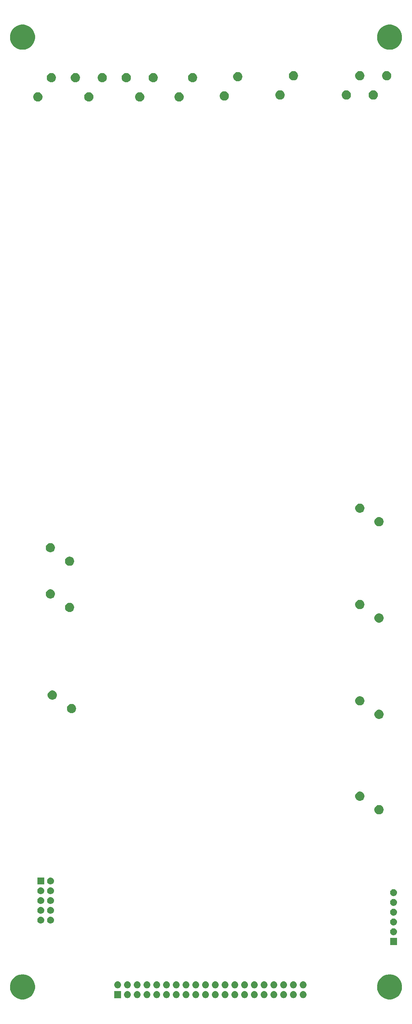
<source format=gbr>
G04 #@! TF.GenerationSoftware,KiCad,Pcbnew,(5.1.4)-1*
G04 #@! TF.CreationDate,2020-04-19T13:58:18-04:00*
G04 #@! TF.ProjectId,RPi_cape,5250695f-6361-4706-952e-6b696361645f,1.6*
G04 #@! TF.SameCoordinates,Original*
G04 #@! TF.FileFunction,Soldermask,Bot*
G04 #@! TF.FilePolarity,Negative*
%FSLAX45Y45*%
G04 Gerber Fmt 4.5, Leading zero omitted, Abs format (unit mm)*
G04 Created by KiCad (PCBNEW (5.1.4)-1) date 2020-04-19 13:58:18*
%MOMM*%
%LPD*%
G04 APERTURE LIST*
%ADD10C,0.100000*%
G04 APERTURE END LIST*
D10*
G36*
X12888424Y-27606147D02*
G01*
X12919828Y-27612393D01*
X12978993Y-27636900D01*
X13032239Y-27672478D01*
X13077522Y-27717761D01*
X13113100Y-27771007D01*
X13137607Y-27830172D01*
X13138836Y-27836353D01*
X13150100Y-27892980D01*
X13150100Y-27957020D01*
X13143853Y-27988424D01*
X13137607Y-28019828D01*
X13113100Y-28078993D01*
X13077522Y-28132239D01*
X13032239Y-28177522D01*
X12978993Y-28213100D01*
X12919828Y-28237607D01*
X12888424Y-28243853D01*
X12857020Y-28250100D01*
X12792980Y-28250100D01*
X12761576Y-28243853D01*
X12730172Y-28237607D01*
X12671007Y-28213100D01*
X12617761Y-28177522D01*
X12572478Y-28132239D01*
X12536900Y-28078993D01*
X12512393Y-28019828D01*
X12506147Y-27988424D01*
X12499900Y-27957020D01*
X12499900Y-27892980D01*
X12511164Y-27836353D01*
X12512393Y-27830172D01*
X12536900Y-27771007D01*
X12572478Y-27717761D01*
X12617761Y-27672478D01*
X12671007Y-27636900D01*
X12730172Y-27612393D01*
X12761576Y-27606147D01*
X12792980Y-27599900D01*
X12857020Y-27599900D01*
X12888424Y-27606147D01*
X12888424Y-27606147D01*
G37*
G36*
X3338424Y-27606147D02*
G01*
X3369828Y-27612393D01*
X3428993Y-27636900D01*
X3482239Y-27672478D01*
X3527522Y-27717761D01*
X3563100Y-27771007D01*
X3587607Y-27830172D01*
X3588836Y-27836353D01*
X3600100Y-27892980D01*
X3600100Y-27957020D01*
X3593853Y-27988424D01*
X3587607Y-28019828D01*
X3563100Y-28078993D01*
X3527522Y-28132239D01*
X3482239Y-28177522D01*
X3428993Y-28213100D01*
X3369828Y-28237607D01*
X3338424Y-28243853D01*
X3307020Y-28250100D01*
X3242980Y-28250100D01*
X3211576Y-28243853D01*
X3180172Y-28237607D01*
X3121007Y-28213100D01*
X3067761Y-28177522D01*
X3022478Y-28132239D01*
X2986900Y-28078993D01*
X2962393Y-28019828D01*
X2956147Y-27988424D01*
X2949900Y-27957020D01*
X2949900Y-27892980D01*
X2961164Y-27836353D01*
X2962393Y-27830172D01*
X2986900Y-27771007D01*
X3022478Y-27717761D01*
X3067761Y-27672478D01*
X3121007Y-27636900D01*
X3180172Y-27612393D01*
X3211576Y-27606147D01*
X3242980Y-27599900D01*
X3307020Y-27599900D01*
X3338424Y-27606147D01*
X3338424Y-27606147D01*
G37*
G36*
X5840100Y-28215100D02*
G01*
X5659900Y-28215100D01*
X5659900Y-28034900D01*
X5840100Y-28034900D01*
X5840100Y-28215100D01*
X5840100Y-28215100D01*
G37*
G36*
X8555044Y-28035552D02*
G01*
X8561663Y-28036204D01*
X8578647Y-28041356D01*
X8594299Y-28049722D01*
X8596269Y-28051339D01*
X8608019Y-28060981D01*
X8616345Y-28071127D01*
X8619278Y-28074701D01*
X8627644Y-28090353D01*
X8632796Y-28107337D01*
X8634536Y-28125000D01*
X8632796Y-28142663D01*
X8627644Y-28159647D01*
X8619278Y-28175299D01*
X8617454Y-28177522D01*
X8608019Y-28189019D01*
X8597873Y-28197345D01*
X8594299Y-28200278D01*
X8578647Y-28208644D01*
X8561663Y-28213796D01*
X8555044Y-28214448D01*
X8548426Y-28215100D01*
X8539574Y-28215100D01*
X8532956Y-28214448D01*
X8526337Y-28213796D01*
X8509353Y-28208644D01*
X8493701Y-28200278D01*
X8490127Y-28197345D01*
X8479981Y-28189019D01*
X8470546Y-28177522D01*
X8468722Y-28175299D01*
X8460356Y-28159647D01*
X8455204Y-28142663D01*
X8453464Y-28125000D01*
X8455204Y-28107337D01*
X8460356Y-28090353D01*
X8468722Y-28074701D01*
X8471655Y-28071127D01*
X8479981Y-28060981D01*
X8491731Y-28051339D01*
X8493701Y-28049722D01*
X8509353Y-28041356D01*
X8526337Y-28036204D01*
X8532956Y-28035552D01*
X8539574Y-28034900D01*
X8548426Y-28034900D01*
X8555044Y-28035552D01*
X8555044Y-28035552D01*
G37*
G36*
X6269044Y-28035552D02*
G01*
X6275663Y-28036204D01*
X6292647Y-28041356D01*
X6308299Y-28049722D01*
X6310269Y-28051339D01*
X6322019Y-28060981D01*
X6330345Y-28071127D01*
X6333278Y-28074701D01*
X6341644Y-28090353D01*
X6346796Y-28107337D01*
X6348536Y-28125000D01*
X6346796Y-28142663D01*
X6341644Y-28159647D01*
X6333278Y-28175299D01*
X6331454Y-28177522D01*
X6322019Y-28189019D01*
X6311873Y-28197345D01*
X6308299Y-28200278D01*
X6292647Y-28208644D01*
X6275663Y-28213796D01*
X6269044Y-28214448D01*
X6262426Y-28215100D01*
X6253574Y-28215100D01*
X6246956Y-28214448D01*
X6240337Y-28213796D01*
X6223353Y-28208644D01*
X6207701Y-28200278D01*
X6204127Y-28197345D01*
X6193981Y-28189019D01*
X6184546Y-28177522D01*
X6182722Y-28175299D01*
X6174356Y-28159647D01*
X6169204Y-28142663D01*
X6167464Y-28125000D01*
X6169204Y-28107337D01*
X6174356Y-28090353D01*
X6182722Y-28074701D01*
X6185655Y-28071127D01*
X6193981Y-28060981D01*
X6205731Y-28051339D01*
X6207701Y-28049722D01*
X6223353Y-28041356D01*
X6240337Y-28036204D01*
X6246956Y-28035552D01*
X6253574Y-28034900D01*
X6262426Y-28034900D01*
X6269044Y-28035552D01*
X6269044Y-28035552D01*
G37*
G36*
X6523044Y-28035552D02*
G01*
X6529663Y-28036204D01*
X6546647Y-28041356D01*
X6562299Y-28049722D01*
X6564269Y-28051339D01*
X6576019Y-28060981D01*
X6584345Y-28071127D01*
X6587278Y-28074701D01*
X6595644Y-28090353D01*
X6600796Y-28107337D01*
X6602536Y-28125000D01*
X6600796Y-28142663D01*
X6595644Y-28159647D01*
X6587278Y-28175299D01*
X6585454Y-28177522D01*
X6576019Y-28189019D01*
X6565873Y-28197345D01*
X6562299Y-28200278D01*
X6546647Y-28208644D01*
X6529663Y-28213796D01*
X6523044Y-28214448D01*
X6516426Y-28215100D01*
X6507574Y-28215100D01*
X6500956Y-28214448D01*
X6494337Y-28213796D01*
X6477353Y-28208644D01*
X6461701Y-28200278D01*
X6458127Y-28197345D01*
X6447981Y-28189019D01*
X6438546Y-28177522D01*
X6436722Y-28175299D01*
X6428356Y-28159647D01*
X6423204Y-28142663D01*
X6421464Y-28125000D01*
X6423204Y-28107337D01*
X6428356Y-28090353D01*
X6436722Y-28074701D01*
X6439655Y-28071127D01*
X6447981Y-28060981D01*
X6459731Y-28051339D01*
X6461701Y-28049722D01*
X6477353Y-28041356D01*
X6494337Y-28036204D01*
X6500956Y-28035552D01*
X6507574Y-28034900D01*
X6516426Y-28034900D01*
X6523044Y-28035552D01*
X6523044Y-28035552D01*
G37*
G36*
X6777044Y-28035552D02*
G01*
X6783663Y-28036204D01*
X6800647Y-28041356D01*
X6816299Y-28049722D01*
X6818269Y-28051339D01*
X6830019Y-28060981D01*
X6838345Y-28071127D01*
X6841278Y-28074701D01*
X6849644Y-28090353D01*
X6854796Y-28107337D01*
X6856536Y-28125000D01*
X6854796Y-28142663D01*
X6849644Y-28159647D01*
X6841278Y-28175299D01*
X6839454Y-28177522D01*
X6830019Y-28189019D01*
X6819873Y-28197345D01*
X6816299Y-28200278D01*
X6800647Y-28208644D01*
X6783663Y-28213796D01*
X6777044Y-28214448D01*
X6770426Y-28215100D01*
X6761574Y-28215100D01*
X6754956Y-28214448D01*
X6748337Y-28213796D01*
X6731353Y-28208644D01*
X6715701Y-28200278D01*
X6712127Y-28197345D01*
X6701981Y-28189019D01*
X6692546Y-28177522D01*
X6690722Y-28175299D01*
X6682356Y-28159647D01*
X6677204Y-28142663D01*
X6675464Y-28125000D01*
X6677204Y-28107337D01*
X6682356Y-28090353D01*
X6690722Y-28074701D01*
X6693655Y-28071127D01*
X6701981Y-28060981D01*
X6713731Y-28051339D01*
X6715701Y-28049722D01*
X6731353Y-28041356D01*
X6748337Y-28036204D01*
X6754956Y-28035552D01*
X6761574Y-28034900D01*
X6770426Y-28034900D01*
X6777044Y-28035552D01*
X6777044Y-28035552D01*
G37*
G36*
X7031044Y-28035552D02*
G01*
X7037663Y-28036204D01*
X7054647Y-28041356D01*
X7070299Y-28049722D01*
X7072269Y-28051339D01*
X7084019Y-28060981D01*
X7092345Y-28071127D01*
X7095278Y-28074701D01*
X7103644Y-28090353D01*
X7108796Y-28107337D01*
X7110536Y-28125000D01*
X7108796Y-28142663D01*
X7103644Y-28159647D01*
X7095278Y-28175299D01*
X7093454Y-28177522D01*
X7084019Y-28189019D01*
X7073873Y-28197345D01*
X7070299Y-28200278D01*
X7054647Y-28208644D01*
X7037663Y-28213796D01*
X7031044Y-28214448D01*
X7024426Y-28215100D01*
X7015574Y-28215100D01*
X7008956Y-28214448D01*
X7002337Y-28213796D01*
X6985353Y-28208644D01*
X6969701Y-28200278D01*
X6966127Y-28197345D01*
X6955981Y-28189019D01*
X6946546Y-28177522D01*
X6944722Y-28175299D01*
X6936356Y-28159647D01*
X6931204Y-28142663D01*
X6929464Y-28125000D01*
X6931204Y-28107337D01*
X6936356Y-28090353D01*
X6944722Y-28074701D01*
X6947655Y-28071127D01*
X6955981Y-28060981D01*
X6967731Y-28051339D01*
X6969701Y-28049722D01*
X6985353Y-28041356D01*
X7002337Y-28036204D01*
X7008956Y-28035552D01*
X7015574Y-28034900D01*
X7024426Y-28034900D01*
X7031044Y-28035552D01*
X7031044Y-28035552D01*
G37*
G36*
X7285044Y-28035552D02*
G01*
X7291663Y-28036204D01*
X7308647Y-28041356D01*
X7324299Y-28049722D01*
X7326269Y-28051339D01*
X7338019Y-28060981D01*
X7346345Y-28071127D01*
X7349278Y-28074701D01*
X7357644Y-28090353D01*
X7362796Y-28107337D01*
X7364536Y-28125000D01*
X7362796Y-28142663D01*
X7357644Y-28159647D01*
X7349278Y-28175299D01*
X7347454Y-28177522D01*
X7338019Y-28189019D01*
X7327873Y-28197345D01*
X7324299Y-28200278D01*
X7308647Y-28208644D01*
X7291663Y-28213796D01*
X7285044Y-28214448D01*
X7278426Y-28215100D01*
X7269574Y-28215100D01*
X7262956Y-28214448D01*
X7256337Y-28213796D01*
X7239353Y-28208644D01*
X7223701Y-28200278D01*
X7220127Y-28197345D01*
X7209981Y-28189019D01*
X7200546Y-28177522D01*
X7198722Y-28175299D01*
X7190356Y-28159647D01*
X7185204Y-28142663D01*
X7183464Y-28125000D01*
X7185204Y-28107337D01*
X7190356Y-28090353D01*
X7198722Y-28074701D01*
X7201655Y-28071127D01*
X7209981Y-28060981D01*
X7221731Y-28051339D01*
X7223701Y-28049722D01*
X7239353Y-28041356D01*
X7256337Y-28036204D01*
X7262956Y-28035552D01*
X7269574Y-28034900D01*
X7278426Y-28034900D01*
X7285044Y-28035552D01*
X7285044Y-28035552D01*
G37*
G36*
X7539044Y-28035552D02*
G01*
X7545663Y-28036204D01*
X7562647Y-28041356D01*
X7578299Y-28049722D01*
X7580269Y-28051339D01*
X7592019Y-28060981D01*
X7600345Y-28071127D01*
X7603278Y-28074701D01*
X7611644Y-28090353D01*
X7616796Y-28107337D01*
X7618536Y-28125000D01*
X7616796Y-28142663D01*
X7611644Y-28159647D01*
X7603278Y-28175299D01*
X7601454Y-28177522D01*
X7592019Y-28189019D01*
X7581873Y-28197345D01*
X7578299Y-28200278D01*
X7562647Y-28208644D01*
X7545663Y-28213796D01*
X7539044Y-28214448D01*
X7532426Y-28215100D01*
X7523574Y-28215100D01*
X7516956Y-28214448D01*
X7510337Y-28213796D01*
X7493353Y-28208644D01*
X7477701Y-28200278D01*
X7474127Y-28197345D01*
X7463981Y-28189019D01*
X7454546Y-28177522D01*
X7452722Y-28175299D01*
X7444356Y-28159647D01*
X7439204Y-28142663D01*
X7437464Y-28125000D01*
X7439204Y-28107337D01*
X7444356Y-28090353D01*
X7452722Y-28074701D01*
X7455655Y-28071127D01*
X7463981Y-28060981D01*
X7475731Y-28051339D01*
X7477701Y-28049722D01*
X7493353Y-28041356D01*
X7510337Y-28036204D01*
X7516956Y-28035552D01*
X7523574Y-28034900D01*
X7532426Y-28034900D01*
X7539044Y-28035552D01*
X7539044Y-28035552D01*
G37*
G36*
X7793044Y-28035552D02*
G01*
X7799663Y-28036204D01*
X7816647Y-28041356D01*
X7832299Y-28049722D01*
X7834269Y-28051339D01*
X7846019Y-28060981D01*
X7854345Y-28071127D01*
X7857278Y-28074701D01*
X7865644Y-28090353D01*
X7870796Y-28107337D01*
X7872536Y-28125000D01*
X7870796Y-28142663D01*
X7865644Y-28159647D01*
X7857278Y-28175299D01*
X7855454Y-28177522D01*
X7846019Y-28189019D01*
X7835873Y-28197345D01*
X7832299Y-28200278D01*
X7816647Y-28208644D01*
X7799663Y-28213796D01*
X7793044Y-28214448D01*
X7786426Y-28215100D01*
X7777574Y-28215100D01*
X7770956Y-28214448D01*
X7764337Y-28213796D01*
X7747353Y-28208644D01*
X7731701Y-28200278D01*
X7728127Y-28197345D01*
X7717981Y-28189019D01*
X7708546Y-28177522D01*
X7706722Y-28175299D01*
X7698356Y-28159647D01*
X7693204Y-28142663D01*
X7691464Y-28125000D01*
X7693204Y-28107337D01*
X7698356Y-28090353D01*
X7706722Y-28074701D01*
X7709655Y-28071127D01*
X7717981Y-28060981D01*
X7729731Y-28051339D01*
X7731701Y-28049722D01*
X7747353Y-28041356D01*
X7764337Y-28036204D01*
X7770956Y-28035552D01*
X7777574Y-28034900D01*
X7786426Y-28034900D01*
X7793044Y-28035552D01*
X7793044Y-28035552D01*
G37*
G36*
X8047044Y-28035552D02*
G01*
X8053663Y-28036204D01*
X8070647Y-28041356D01*
X8086299Y-28049722D01*
X8088269Y-28051339D01*
X8100019Y-28060981D01*
X8108345Y-28071127D01*
X8111278Y-28074701D01*
X8119644Y-28090353D01*
X8124796Y-28107337D01*
X8126536Y-28125000D01*
X8124796Y-28142663D01*
X8119644Y-28159647D01*
X8111278Y-28175299D01*
X8109454Y-28177522D01*
X8100019Y-28189019D01*
X8089873Y-28197345D01*
X8086299Y-28200278D01*
X8070647Y-28208644D01*
X8053663Y-28213796D01*
X8047044Y-28214448D01*
X8040426Y-28215100D01*
X8031574Y-28215100D01*
X8024956Y-28214448D01*
X8018337Y-28213796D01*
X8001353Y-28208644D01*
X7985701Y-28200278D01*
X7982127Y-28197345D01*
X7971981Y-28189019D01*
X7962546Y-28177522D01*
X7960722Y-28175299D01*
X7952356Y-28159647D01*
X7947204Y-28142663D01*
X7945464Y-28125000D01*
X7947204Y-28107337D01*
X7952356Y-28090353D01*
X7960722Y-28074701D01*
X7963655Y-28071127D01*
X7971981Y-28060981D01*
X7983731Y-28051339D01*
X7985701Y-28049722D01*
X8001353Y-28041356D01*
X8018337Y-28036204D01*
X8024956Y-28035552D01*
X8031574Y-28034900D01*
X8040426Y-28034900D01*
X8047044Y-28035552D01*
X8047044Y-28035552D01*
G37*
G36*
X8301044Y-28035552D02*
G01*
X8307663Y-28036204D01*
X8324647Y-28041356D01*
X8340299Y-28049722D01*
X8342269Y-28051339D01*
X8354019Y-28060981D01*
X8362345Y-28071127D01*
X8365278Y-28074701D01*
X8373644Y-28090353D01*
X8378796Y-28107337D01*
X8380536Y-28125000D01*
X8378796Y-28142663D01*
X8373644Y-28159647D01*
X8365278Y-28175299D01*
X8363454Y-28177522D01*
X8354019Y-28189019D01*
X8343873Y-28197345D01*
X8340299Y-28200278D01*
X8324647Y-28208644D01*
X8307663Y-28213796D01*
X8301044Y-28214448D01*
X8294426Y-28215100D01*
X8285574Y-28215100D01*
X8278956Y-28214448D01*
X8272337Y-28213796D01*
X8255353Y-28208644D01*
X8239701Y-28200278D01*
X8236127Y-28197345D01*
X8225981Y-28189019D01*
X8216546Y-28177522D01*
X8214722Y-28175299D01*
X8206356Y-28159647D01*
X8201204Y-28142663D01*
X8199464Y-28125000D01*
X8201204Y-28107337D01*
X8206356Y-28090353D01*
X8214722Y-28074701D01*
X8217655Y-28071127D01*
X8225981Y-28060981D01*
X8237731Y-28051339D01*
X8239701Y-28049722D01*
X8255353Y-28041356D01*
X8272337Y-28036204D01*
X8278956Y-28035552D01*
X8285574Y-28034900D01*
X8294426Y-28034900D01*
X8301044Y-28035552D01*
X8301044Y-28035552D01*
G37*
G36*
X8809044Y-28035552D02*
G01*
X8815663Y-28036204D01*
X8832647Y-28041356D01*
X8848299Y-28049722D01*
X8850269Y-28051339D01*
X8862019Y-28060981D01*
X8870345Y-28071127D01*
X8873278Y-28074701D01*
X8881644Y-28090353D01*
X8886796Y-28107337D01*
X8888536Y-28125000D01*
X8886796Y-28142663D01*
X8881644Y-28159647D01*
X8873278Y-28175299D01*
X8871454Y-28177522D01*
X8862019Y-28189019D01*
X8851873Y-28197345D01*
X8848299Y-28200278D01*
X8832647Y-28208644D01*
X8815663Y-28213796D01*
X8809044Y-28214448D01*
X8802426Y-28215100D01*
X8793574Y-28215100D01*
X8786956Y-28214448D01*
X8780337Y-28213796D01*
X8763353Y-28208644D01*
X8747701Y-28200278D01*
X8744127Y-28197345D01*
X8733981Y-28189019D01*
X8724546Y-28177522D01*
X8722722Y-28175299D01*
X8714356Y-28159647D01*
X8709204Y-28142663D01*
X8707464Y-28125000D01*
X8709204Y-28107337D01*
X8714356Y-28090353D01*
X8722722Y-28074701D01*
X8725655Y-28071127D01*
X8733981Y-28060981D01*
X8745731Y-28051339D01*
X8747701Y-28049722D01*
X8763353Y-28041356D01*
X8780337Y-28036204D01*
X8786956Y-28035552D01*
X8793574Y-28034900D01*
X8802426Y-28034900D01*
X8809044Y-28035552D01*
X8809044Y-28035552D01*
G37*
G36*
X9063044Y-28035552D02*
G01*
X9069663Y-28036204D01*
X9086647Y-28041356D01*
X9102299Y-28049722D01*
X9104269Y-28051339D01*
X9116019Y-28060981D01*
X9124345Y-28071127D01*
X9127278Y-28074701D01*
X9135644Y-28090353D01*
X9140796Y-28107337D01*
X9142536Y-28125000D01*
X9140796Y-28142663D01*
X9135644Y-28159647D01*
X9127278Y-28175299D01*
X9125454Y-28177522D01*
X9116019Y-28189019D01*
X9105873Y-28197345D01*
X9102299Y-28200278D01*
X9086647Y-28208644D01*
X9069663Y-28213796D01*
X9063044Y-28214448D01*
X9056426Y-28215100D01*
X9047574Y-28215100D01*
X9040956Y-28214448D01*
X9034337Y-28213796D01*
X9017353Y-28208644D01*
X9001701Y-28200278D01*
X8998127Y-28197345D01*
X8987981Y-28189019D01*
X8978546Y-28177522D01*
X8976722Y-28175299D01*
X8968356Y-28159647D01*
X8963204Y-28142663D01*
X8961464Y-28125000D01*
X8963204Y-28107337D01*
X8968356Y-28090353D01*
X8976722Y-28074701D01*
X8979655Y-28071127D01*
X8987981Y-28060981D01*
X8999731Y-28051339D01*
X9001701Y-28049722D01*
X9017353Y-28041356D01*
X9034337Y-28036204D01*
X9040956Y-28035552D01*
X9047574Y-28034900D01*
X9056426Y-28034900D01*
X9063044Y-28035552D01*
X9063044Y-28035552D01*
G37*
G36*
X9317044Y-28035552D02*
G01*
X9323663Y-28036204D01*
X9340647Y-28041356D01*
X9356299Y-28049722D01*
X9358269Y-28051339D01*
X9370019Y-28060981D01*
X9378345Y-28071127D01*
X9381278Y-28074701D01*
X9389644Y-28090353D01*
X9394796Y-28107337D01*
X9396536Y-28125000D01*
X9394796Y-28142663D01*
X9389644Y-28159647D01*
X9381278Y-28175299D01*
X9379454Y-28177522D01*
X9370019Y-28189019D01*
X9359873Y-28197345D01*
X9356299Y-28200278D01*
X9340647Y-28208644D01*
X9323663Y-28213796D01*
X9317044Y-28214448D01*
X9310426Y-28215100D01*
X9301574Y-28215100D01*
X9294956Y-28214448D01*
X9288337Y-28213796D01*
X9271353Y-28208644D01*
X9255701Y-28200278D01*
X9252127Y-28197345D01*
X9241981Y-28189019D01*
X9232546Y-28177522D01*
X9230722Y-28175299D01*
X9222356Y-28159647D01*
X9217204Y-28142663D01*
X9215464Y-28125000D01*
X9217204Y-28107337D01*
X9222356Y-28090353D01*
X9230722Y-28074701D01*
X9233655Y-28071127D01*
X9241981Y-28060981D01*
X9253731Y-28051339D01*
X9255701Y-28049722D01*
X9271353Y-28041356D01*
X9288337Y-28036204D01*
X9294956Y-28035552D01*
X9301574Y-28034900D01*
X9310426Y-28034900D01*
X9317044Y-28035552D01*
X9317044Y-28035552D01*
G37*
G36*
X9571044Y-28035552D02*
G01*
X9577663Y-28036204D01*
X9594647Y-28041356D01*
X9610299Y-28049722D01*
X9612269Y-28051339D01*
X9624019Y-28060981D01*
X9632345Y-28071127D01*
X9635278Y-28074701D01*
X9643644Y-28090353D01*
X9648796Y-28107337D01*
X9650536Y-28125000D01*
X9648796Y-28142663D01*
X9643644Y-28159647D01*
X9635278Y-28175299D01*
X9633454Y-28177522D01*
X9624019Y-28189019D01*
X9613873Y-28197345D01*
X9610299Y-28200278D01*
X9594647Y-28208644D01*
X9577663Y-28213796D01*
X9571044Y-28214448D01*
X9564426Y-28215100D01*
X9555574Y-28215100D01*
X9548956Y-28214448D01*
X9542337Y-28213796D01*
X9525353Y-28208644D01*
X9509701Y-28200278D01*
X9506127Y-28197345D01*
X9495981Y-28189019D01*
X9486546Y-28177522D01*
X9484722Y-28175299D01*
X9476356Y-28159647D01*
X9471204Y-28142663D01*
X9469464Y-28125000D01*
X9471204Y-28107337D01*
X9476356Y-28090353D01*
X9484722Y-28074701D01*
X9487655Y-28071127D01*
X9495981Y-28060981D01*
X9507731Y-28051339D01*
X9509701Y-28049722D01*
X9525353Y-28041356D01*
X9542337Y-28036204D01*
X9548956Y-28035552D01*
X9555574Y-28034900D01*
X9564426Y-28034900D01*
X9571044Y-28035552D01*
X9571044Y-28035552D01*
G37*
G36*
X9825044Y-28035552D02*
G01*
X9831663Y-28036204D01*
X9848647Y-28041356D01*
X9864299Y-28049722D01*
X9866269Y-28051339D01*
X9878019Y-28060981D01*
X9886345Y-28071127D01*
X9889278Y-28074701D01*
X9897644Y-28090353D01*
X9902796Y-28107337D01*
X9904536Y-28125000D01*
X9902796Y-28142663D01*
X9897644Y-28159647D01*
X9889278Y-28175299D01*
X9887454Y-28177522D01*
X9878019Y-28189019D01*
X9867873Y-28197345D01*
X9864299Y-28200278D01*
X9848647Y-28208644D01*
X9831663Y-28213796D01*
X9825044Y-28214448D01*
X9818426Y-28215100D01*
X9809574Y-28215100D01*
X9802956Y-28214448D01*
X9796337Y-28213796D01*
X9779353Y-28208644D01*
X9763701Y-28200278D01*
X9760127Y-28197345D01*
X9749981Y-28189019D01*
X9740546Y-28177522D01*
X9738722Y-28175299D01*
X9730356Y-28159647D01*
X9725204Y-28142663D01*
X9723464Y-28125000D01*
X9725204Y-28107337D01*
X9730356Y-28090353D01*
X9738722Y-28074701D01*
X9741655Y-28071127D01*
X9749981Y-28060981D01*
X9761731Y-28051339D01*
X9763701Y-28049722D01*
X9779353Y-28041356D01*
X9796337Y-28036204D01*
X9802956Y-28035552D01*
X9809574Y-28034900D01*
X9818426Y-28034900D01*
X9825044Y-28035552D01*
X9825044Y-28035552D01*
G37*
G36*
X10079044Y-28035552D02*
G01*
X10085663Y-28036204D01*
X10102647Y-28041356D01*
X10118299Y-28049722D01*
X10120269Y-28051339D01*
X10132019Y-28060981D01*
X10140345Y-28071127D01*
X10143278Y-28074701D01*
X10151644Y-28090353D01*
X10156796Y-28107337D01*
X10158536Y-28125000D01*
X10156796Y-28142663D01*
X10151644Y-28159647D01*
X10143278Y-28175299D01*
X10141454Y-28177522D01*
X10132019Y-28189019D01*
X10121873Y-28197345D01*
X10118299Y-28200278D01*
X10102647Y-28208644D01*
X10085663Y-28213796D01*
X10079044Y-28214448D01*
X10072426Y-28215100D01*
X10063574Y-28215100D01*
X10056956Y-28214448D01*
X10050337Y-28213796D01*
X10033353Y-28208644D01*
X10017701Y-28200278D01*
X10014127Y-28197345D01*
X10003981Y-28189019D01*
X9994546Y-28177522D01*
X9992722Y-28175299D01*
X9984356Y-28159647D01*
X9979204Y-28142663D01*
X9977464Y-28125000D01*
X9979204Y-28107337D01*
X9984356Y-28090353D01*
X9992722Y-28074701D01*
X9995655Y-28071127D01*
X10003981Y-28060981D01*
X10015731Y-28051339D01*
X10017701Y-28049722D01*
X10033353Y-28041356D01*
X10050337Y-28036204D01*
X10056956Y-28035552D01*
X10063574Y-28034900D01*
X10072426Y-28034900D01*
X10079044Y-28035552D01*
X10079044Y-28035552D01*
G37*
G36*
X10333044Y-28035552D02*
G01*
X10339663Y-28036204D01*
X10356647Y-28041356D01*
X10372299Y-28049722D01*
X10374269Y-28051339D01*
X10386019Y-28060981D01*
X10394345Y-28071127D01*
X10397278Y-28074701D01*
X10405644Y-28090353D01*
X10410796Y-28107337D01*
X10412536Y-28125000D01*
X10410796Y-28142663D01*
X10405644Y-28159647D01*
X10397278Y-28175299D01*
X10395454Y-28177522D01*
X10386019Y-28189019D01*
X10375873Y-28197345D01*
X10372299Y-28200278D01*
X10356647Y-28208644D01*
X10339663Y-28213796D01*
X10333044Y-28214448D01*
X10326426Y-28215100D01*
X10317574Y-28215100D01*
X10310956Y-28214448D01*
X10304337Y-28213796D01*
X10287353Y-28208644D01*
X10271701Y-28200278D01*
X10268127Y-28197345D01*
X10257981Y-28189019D01*
X10248546Y-28177522D01*
X10246722Y-28175299D01*
X10238356Y-28159647D01*
X10233204Y-28142663D01*
X10231464Y-28125000D01*
X10233204Y-28107337D01*
X10238356Y-28090353D01*
X10246722Y-28074701D01*
X10249655Y-28071127D01*
X10257981Y-28060981D01*
X10269731Y-28051339D01*
X10271701Y-28049722D01*
X10287353Y-28041356D01*
X10304337Y-28036204D01*
X10310956Y-28035552D01*
X10317574Y-28034900D01*
X10326426Y-28034900D01*
X10333044Y-28035552D01*
X10333044Y-28035552D01*
G37*
G36*
X10587044Y-28035552D02*
G01*
X10593663Y-28036204D01*
X10610647Y-28041356D01*
X10626299Y-28049722D01*
X10628269Y-28051339D01*
X10640019Y-28060981D01*
X10648345Y-28071127D01*
X10651278Y-28074701D01*
X10659644Y-28090353D01*
X10664796Y-28107337D01*
X10666536Y-28125000D01*
X10664796Y-28142663D01*
X10659644Y-28159647D01*
X10651278Y-28175299D01*
X10649454Y-28177522D01*
X10640019Y-28189019D01*
X10629873Y-28197345D01*
X10626299Y-28200278D01*
X10610647Y-28208644D01*
X10593663Y-28213796D01*
X10587044Y-28214448D01*
X10580426Y-28215100D01*
X10571574Y-28215100D01*
X10564956Y-28214448D01*
X10558337Y-28213796D01*
X10541353Y-28208644D01*
X10525701Y-28200278D01*
X10522127Y-28197345D01*
X10511981Y-28189019D01*
X10502546Y-28177522D01*
X10500722Y-28175299D01*
X10492356Y-28159647D01*
X10487204Y-28142663D01*
X10485464Y-28125000D01*
X10487204Y-28107337D01*
X10492356Y-28090353D01*
X10500722Y-28074701D01*
X10503655Y-28071127D01*
X10511981Y-28060981D01*
X10523731Y-28051339D01*
X10525701Y-28049722D01*
X10541353Y-28041356D01*
X10558337Y-28036204D01*
X10564956Y-28035552D01*
X10571574Y-28034900D01*
X10580426Y-28034900D01*
X10587044Y-28035552D01*
X10587044Y-28035552D01*
G37*
G36*
X6015044Y-28035552D02*
G01*
X6021663Y-28036204D01*
X6038647Y-28041356D01*
X6054299Y-28049722D01*
X6056269Y-28051339D01*
X6068019Y-28060981D01*
X6076345Y-28071127D01*
X6079278Y-28074701D01*
X6087644Y-28090353D01*
X6092796Y-28107337D01*
X6094536Y-28125000D01*
X6092796Y-28142663D01*
X6087644Y-28159647D01*
X6079278Y-28175299D01*
X6077454Y-28177522D01*
X6068019Y-28189019D01*
X6057873Y-28197345D01*
X6054299Y-28200278D01*
X6038647Y-28208644D01*
X6021663Y-28213796D01*
X6015044Y-28214448D01*
X6008426Y-28215100D01*
X5999574Y-28215100D01*
X5992956Y-28214448D01*
X5986337Y-28213796D01*
X5969353Y-28208644D01*
X5953701Y-28200278D01*
X5950127Y-28197345D01*
X5939981Y-28189019D01*
X5930546Y-28177522D01*
X5928722Y-28175299D01*
X5920356Y-28159647D01*
X5915204Y-28142663D01*
X5913464Y-28125000D01*
X5915204Y-28107337D01*
X5920356Y-28090353D01*
X5928722Y-28074701D01*
X5931655Y-28071127D01*
X5939981Y-28060981D01*
X5951731Y-28051339D01*
X5953701Y-28049722D01*
X5969353Y-28041356D01*
X5986337Y-28036204D01*
X5992956Y-28035552D01*
X5999574Y-28034900D01*
X6008426Y-28034900D01*
X6015044Y-28035552D01*
X6015044Y-28035552D01*
G37*
G36*
X7793044Y-27781552D02*
G01*
X7799663Y-27782204D01*
X7816647Y-27787356D01*
X7832299Y-27795722D01*
X7835873Y-27798655D01*
X7846019Y-27806981D01*
X7854345Y-27817127D01*
X7857278Y-27820701D01*
X7865644Y-27836353D01*
X7870796Y-27853337D01*
X7872536Y-27871000D01*
X7870796Y-27888663D01*
X7865644Y-27905647D01*
X7857278Y-27921299D01*
X7854345Y-27924873D01*
X7846019Y-27935019D01*
X7835873Y-27943345D01*
X7832299Y-27946278D01*
X7816647Y-27954644D01*
X7799663Y-27959796D01*
X7793044Y-27960448D01*
X7786426Y-27961100D01*
X7777574Y-27961100D01*
X7770956Y-27960448D01*
X7764337Y-27959796D01*
X7747353Y-27954644D01*
X7731701Y-27946278D01*
X7728127Y-27943345D01*
X7717981Y-27935019D01*
X7709655Y-27924873D01*
X7706722Y-27921299D01*
X7698356Y-27905647D01*
X7693204Y-27888663D01*
X7691464Y-27871000D01*
X7693204Y-27853337D01*
X7698356Y-27836353D01*
X7706722Y-27820701D01*
X7709655Y-27817127D01*
X7717981Y-27806981D01*
X7728127Y-27798655D01*
X7731701Y-27795722D01*
X7747353Y-27787356D01*
X7764337Y-27782204D01*
X7770956Y-27781552D01*
X7777574Y-27780900D01*
X7786426Y-27780900D01*
X7793044Y-27781552D01*
X7793044Y-27781552D01*
G37*
G36*
X9317044Y-27781552D02*
G01*
X9323663Y-27782204D01*
X9340647Y-27787356D01*
X9356299Y-27795722D01*
X9359873Y-27798655D01*
X9370019Y-27806981D01*
X9378345Y-27817127D01*
X9381278Y-27820701D01*
X9389644Y-27836353D01*
X9394796Y-27853337D01*
X9396536Y-27871000D01*
X9394796Y-27888663D01*
X9389644Y-27905647D01*
X9381278Y-27921299D01*
X9378345Y-27924873D01*
X9370019Y-27935019D01*
X9359873Y-27943345D01*
X9356299Y-27946278D01*
X9340647Y-27954644D01*
X9323663Y-27959796D01*
X9317044Y-27960448D01*
X9310426Y-27961100D01*
X9301574Y-27961100D01*
X9294956Y-27960448D01*
X9288337Y-27959796D01*
X9271353Y-27954644D01*
X9255701Y-27946278D01*
X9252127Y-27943345D01*
X9241981Y-27935019D01*
X9233655Y-27924873D01*
X9230722Y-27921299D01*
X9222356Y-27905647D01*
X9217204Y-27888663D01*
X9215464Y-27871000D01*
X9217204Y-27853337D01*
X9222356Y-27836353D01*
X9230722Y-27820701D01*
X9233655Y-27817127D01*
X9241981Y-27806981D01*
X9252127Y-27798655D01*
X9255701Y-27795722D01*
X9271353Y-27787356D01*
X9288337Y-27782204D01*
X9294956Y-27781552D01*
X9301574Y-27780900D01*
X9310426Y-27780900D01*
X9317044Y-27781552D01*
X9317044Y-27781552D01*
G37*
G36*
X8047044Y-27781552D02*
G01*
X8053663Y-27782204D01*
X8070647Y-27787356D01*
X8086299Y-27795722D01*
X8089873Y-27798655D01*
X8100019Y-27806981D01*
X8108345Y-27817127D01*
X8111278Y-27820701D01*
X8119644Y-27836353D01*
X8124796Y-27853337D01*
X8126536Y-27871000D01*
X8124796Y-27888663D01*
X8119644Y-27905647D01*
X8111278Y-27921299D01*
X8108345Y-27924873D01*
X8100019Y-27935019D01*
X8089873Y-27943345D01*
X8086299Y-27946278D01*
X8070647Y-27954644D01*
X8053663Y-27959796D01*
X8047044Y-27960448D01*
X8040426Y-27961100D01*
X8031574Y-27961100D01*
X8024956Y-27960448D01*
X8018337Y-27959796D01*
X8001353Y-27954644D01*
X7985701Y-27946278D01*
X7982127Y-27943345D01*
X7971981Y-27935019D01*
X7963655Y-27924873D01*
X7960722Y-27921299D01*
X7952356Y-27905647D01*
X7947204Y-27888663D01*
X7945464Y-27871000D01*
X7947204Y-27853337D01*
X7952356Y-27836353D01*
X7960722Y-27820701D01*
X7963655Y-27817127D01*
X7971981Y-27806981D01*
X7982127Y-27798655D01*
X7985701Y-27795722D01*
X8001353Y-27787356D01*
X8018337Y-27782204D01*
X8024956Y-27781552D01*
X8031574Y-27780900D01*
X8040426Y-27780900D01*
X8047044Y-27781552D01*
X8047044Y-27781552D01*
G37*
G36*
X8301044Y-27781552D02*
G01*
X8307663Y-27782204D01*
X8324647Y-27787356D01*
X8340299Y-27795722D01*
X8343873Y-27798655D01*
X8354019Y-27806981D01*
X8362345Y-27817127D01*
X8365278Y-27820701D01*
X8373644Y-27836353D01*
X8378796Y-27853337D01*
X8380536Y-27871000D01*
X8378796Y-27888663D01*
X8373644Y-27905647D01*
X8365278Y-27921299D01*
X8362345Y-27924873D01*
X8354019Y-27935019D01*
X8343873Y-27943345D01*
X8340299Y-27946278D01*
X8324647Y-27954644D01*
X8307663Y-27959796D01*
X8301044Y-27960448D01*
X8294426Y-27961100D01*
X8285574Y-27961100D01*
X8278956Y-27960448D01*
X8272337Y-27959796D01*
X8255353Y-27954644D01*
X8239701Y-27946278D01*
X8236127Y-27943345D01*
X8225981Y-27935019D01*
X8217655Y-27924873D01*
X8214722Y-27921299D01*
X8206356Y-27905647D01*
X8201204Y-27888663D01*
X8199464Y-27871000D01*
X8201204Y-27853337D01*
X8206356Y-27836353D01*
X8214722Y-27820701D01*
X8217655Y-27817127D01*
X8225981Y-27806981D01*
X8236127Y-27798655D01*
X8239701Y-27795722D01*
X8255353Y-27787356D01*
X8272337Y-27782204D01*
X8278956Y-27781552D01*
X8285574Y-27780900D01*
X8294426Y-27780900D01*
X8301044Y-27781552D01*
X8301044Y-27781552D01*
G37*
G36*
X10079044Y-27781552D02*
G01*
X10085663Y-27782204D01*
X10102647Y-27787356D01*
X10118299Y-27795722D01*
X10121873Y-27798655D01*
X10132019Y-27806981D01*
X10140345Y-27817127D01*
X10143278Y-27820701D01*
X10151644Y-27836353D01*
X10156796Y-27853337D01*
X10158536Y-27871000D01*
X10156796Y-27888663D01*
X10151644Y-27905647D01*
X10143278Y-27921299D01*
X10140345Y-27924873D01*
X10132019Y-27935019D01*
X10121873Y-27943345D01*
X10118299Y-27946278D01*
X10102647Y-27954644D01*
X10085663Y-27959796D01*
X10079044Y-27960448D01*
X10072426Y-27961100D01*
X10063574Y-27961100D01*
X10056956Y-27960448D01*
X10050337Y-27959796D01*
X10033353Y-27954644D01*
X10017701Y-27946278D01*
X10014127Y-27943345D01*
X10003981Y-27935019D01*
X9995655Y-27924873D01*
X9992722Y-27921299D01*
X9984356Y-27905647D01*
X9979204Y-27888663D01*
X9977464Y-27871000D01*
X9979204Y-27853337D01*
X9984356Y-27836353D01*
X9992722Y-27820701D01*
X9995655Y-27817127D01*
X10003981Y-27806981D01*
X10014127Y-27798655D01*
X10017701Y-27795722D01*
X10033353Y-27787356D01*
X10050337Y-27782204D01*
X10056956Y-27781552D01*
X10063574Y-27780900D01*
X10072426Y-27780900D01*
X10079044Y-27781552D01*
X10079044Y-27781552D01*
G37*
G36*
X8555044Y-27781552D02*
G01*
X8561663Y-27782204D01*
X8578647Y-27787356D01*
X8594299Y-27795722D01*
X8597873Y-27798655D01*
X8608019Y-27806981D01*
X8616345Y-27817127D01*
X8619278Y-27820701D01*
X8627644Y-27836353D01*
X8632796Y-27853337D01*
X8634536Y-27871000D01*
X8632796Y-27888663D01*
X8627644Y-27905647D01*
X8619278Y-27921299D01*
X8616345Y-27924873D01*
X8608019Y-27935019D01*
X8597873Y-27943345D01*
X8594299Y-27946278D01*
X8578647Y-27954644D01*
X8561663Y-27959796D01*
X8555044Y-27960448D01*
X8548426Y-27961100D01*
X8539574Y-27961100D01*
X8532956Y-27960448D01*
X8526337Y-27959796D01*
X8509353Y-27954644D01*
X8493701Y-27946278D01*
X8490127Y-27943345D01*
X8479981Y-27935019D01*
X8471655Y-27924873D01*
X8468722Y-27921299D01*
X8460356Y-27905647D01*
X8455204Y-27888663D01*
X8453464Y-27871000D01*
X8455204Y-27853337D01*
X8460356Y-27836353D01*
X8468722Y-27820701D01*
X8471655Y-27817127D01*
X8479981Y-27806981D01*
X8490127Y-27798655D01*
X8493701Y-27795722D01*
X8509353Y-27787356D01*
X8526337Y-27782204D01*
X8532956Y-27781552D01*
X8539574Y-27780900D01*
X8548426Y-27780900D01*
X8555044Y-27781552D01*
X8555044Y-27781552D01*
G37*
G36*
X8809044Y-27781552D02*
G01*
X8815663Y-27782204D01*
X8832647Y-27787356D01*
X8848299Y-27795722D01*
X8851873Y-27798655D01*
X8862019Y-27806981D01*
X8870345Y-27817127D01*
X8873278Y-27820701D01*
X8881644Y-27836353D01*
X8886796Y-27853337D01*
X8888536Y-27871000D01*
X8886796Y-27888663D01*
X8881644Y-27905647D01*
X8873278Y-27921299D01*
X8870345Y-27924873D01*
X8862019Y-27935019D01*
X8851873Y-27943345D01*
X8848299Y-27946278D01*
X8832647Y-27954644D01*
X8815663Y-27959796D01*
X8809044Y-27960448D01*
X8802426Y-27961100D01*
X8793574Y-27961100D01*
X8786956Y-27960448D01*
X8780337Y-27959796D01*
X8763353Y-27954644D01*
X8747701Y-27946278D01*
X8744127Y-27943345D01*
X8733981Y-27935019D01*
X8725655Y-27924873D01*
X8722722Y-27921299D01*
X8714356Y-27905647D01*
X8709204Y-27888663D01*
X8707464Y-27871000D01*
X8709204Y-27853337D01*
X8714356Y-27836353D01*
X8722722Y-27820701D01*
X8725655Y-27817127D01*
X8733981Y-27806981D01*
X8744127Y-27798655D01*
X8747701Y-27795722D01*
X8763353Y-27787356D01*
X8780337Y-27782204D01*
X8786956Y-27781552D01*
X8793574Y-27780900D01*
X8802426Y-27780900D01*
X8809044Y-27781552D01*
X8809044Y-27781552D01*
G37*
G36*
X5761044Y-27781552D02*
G01*
X5767663Y-27782204D01*
X5784647Y-27787356D01*
X5800299Y-27795722D01*
X5803873Y-27798655D01*
X5814019Y-27806981D01*
X5822345Y-27817127D01*
X5825278Y-27820701D01*
X5833644Y-27836353D01*
X5838796Y-27853337D01*
X5840536Y-27871000D01*
X5838796Y-27888663D01*
X5833644Y-27905647D01*
X5825278Y-27921299D01*
X5822345Y-27924873D01*
X5814019Y-27935019D01*
X5803873Y-27943345D01*
X5800299Y-27946278D01*
X5784647Y-27954644D01*
X5767663Y-27959796D01*
X5761044Y-27960448D01*
X5754426Y-27961100D01*
X5745574Y-27961100D01*
X5738956Y-27960448D01*
X5732337Y-27959796D01*
X5715353Y-27954644D01*
X5699701Y-27946278D01*
X5696127Y-27943345D01*
X5685981Y-27935019D01*
X5677655Y-27924873D01*
X5674722Y-27921299D01*
X5666356Y-27905647D01*
X5661204Y-27888663D01*
X5659464Y-27871000D01*
X5661204Y-27853337D01*
X5666356Y-27836353D01*
X5674722Y-27820701D01*
X5677655Y-27817127D01*
X5685981Y-27806981D01*
X5696127Y-27798655D01*
X5699701Y-27795722D01*
X5715353Y-27787356D01*
X5732337Y-27782204D01*
X5738956Y-27781552D01*
X5745574Y-27780900D01*
X5754426Y-27780900D01*
X5761044Y-27781552D01*
X5761044Y-27781552D01*
G37*
G36*
X9571044Y-27781552D02*
G01*
X9577663Y-27782204D01*
X9594647Y-27787356D01*
X9610299Y-27795722D01*
X9613873Y-27798655D01*
X9624019Y-27806981D01*
X9632345Y-27817127D01*
X9635278Y-27820701D01*
X9643644Y-27836353D01*
X9648796Y-27853337D01*
X9650536Y-27871000D01*
X9648796Y-27888663D01*
X9643644Y-27905647D01*
X9635278Y-27921299D01*
X9632345Y-27924873D01*
X9624019Y-27935019D01*
X9613873Y-27943345D01*
X9610299Y-27946278D01*
X9594647Y-27954644D01*
X9577663Y-27959796D01*
X9571044Y-27960448D01*
X9564426Y-27961100D01*
X9555574Y-27961100D01*
X9548956Y-27960448D01*
X9542337Y-27959796D01*
X9525353Y-27954644D01*
X9509701Y-27946278D01*
X9506127Y-27943345D01*
X9495981Y-27935019D01*
X9487655Y-27924873D01*
X9484722Y-27921299D01*
X9476356Y-27905647D01*
X9471204Y-27888663D01*
X9469464Y-27871000D01*
X9471204Y-27853337D01*
X9476356Y-27836353D01*
X9484722Y-27820701D01*
X9487655Y-27817127D01*
X9495981Y-27806981D01*
X9506127Y-27798655D01*
X9509701Y-27795722D01*
X9525353Y-27787356D01*
X9542337Y-27782204D01*
X9548956Y-27781552D01*
X9555574Y-27780900D01*
X9564426Y-27780900D01*
X9571044Y-27781552D01*
X9571044Y-27781552D01*
G37*
G36*
X9063044Y-27781552D02*
G01*
X9069663Y-27782204D01*
X9086647Y-27787356D01*
X9102299Y-27795722D01*
X9105873Y-27798655D01*
X9116019Y-27806981D01*
X9124345Y-27817127D01*
X9127278Y-27820701D01*
X9135644Y-27836353D01*
X9140796Y-27853337D01*
X9142536Y-27871000D01*
X9140796Y-27888663D01*
X9135644Y-27905647D01*
X9127278Y-27921299D01*
X9124345Y-27924873D01*
X9116019Y-27935019D01*
X9105873Y-27943345D01*
X9102299Y-27946278D01*
X9086647Y-27954644D01*
X9069663Y-27959796D01*
X9063044Y-27960448D01*
X9056426Y-27961100D01*
X9047574Y-27961100D01*
X9040956Y-27960448D01*
X9034337Y-27959796D01*
X9017353Y-27954644D01*
X9001701Y-27946278D01*
X8998127Y-27943345D01*
X8987981Y-27935019D01*
X8979655Y-27924873D01*
X8976722Y-27921299D01*
X8968356Y-27905647D01*
X8963204Y-27888663D01*
X8961464Y-27871000D01*
X8963204Y-27853337D01*
X8968356Y-27836353D01*
X8976722Y-27820701D01*
X8979655Y-27817127D01*
X8987981Y-27806981D01*
X8998127Y-27798655D01*
X9001701Y-27795722D01*
X9017353Y-27787356D01*
X9034337Y-27782204D01*
X9040956Y-27781552D01*
X9047574Y-27780900D01*
X9056426Y-27780900D01*
X9063044Y-27781552D01*
X9063044Y-27781552D01*
G37*
G36*
X7539044Y-27781552D02*
G01*
X7545663Y-27782204D01*
X7562647Y-27787356D01*
X7578299Y-27795722D01*
X7581873Y-27798655D01*
X7592019Y-27806981D01*
X7600345Y-27817127D01*
X7603278Y-27820701D01*
X7611644Y-27836353D01*
X7616796Y-27853337D01*
X7618536Y-27871000D01*
X7616796Y-27888663D01*
X7611644Y-27905647D01*
X7603278Y-27921299D01*
X7600345Y-27924873D01*
X7592019Y-27935019D01*
X7581873Y-27943345D01*
X7578299Y-27946278D01*
X7562647Y-27954644D01*
X7545663Y-27959796D01*
X7539044Y-27960448D01*
X7532426Y-27961100D01*
X7523574Y-27961100D01*
X7516956Y-27960448D01*
X7510337Y-27959796D01*
X7493353Y-27954644D01*
X7477701Y-27946278D01*
X7474127Y-27943345D01*
X7463981Y-27935019D01*
X7455655Y-27924873D01*
X7452722Y-27921299D01*
X7444356Y-27905647D01*
X7439204Y-27888663D01*
X7437464Y-27871000D01*
X7439204Y-27853337D01*
X7444356Y-27836353D01*
X7452722Y-27820701D01*
X7455655Y-27817127D01*
X7463981Y-27806981D01*
X7474127Y-27798655D01*
X7477701Y-27795722D01*
X7493353Y-27787356D01*
X7510337Y-27782204D01*
X7516956Y-27781552D01*
X7523574Y-27780900D01*
X7532426Y-27780900D01*
X7539044Y-27781552D01*
X7539044Y-27781552D01*
G37*
G36*
X7285044Y-27781552D02*
G01*
X7291663Y-27782204D01*
X7308647Y-27787356D01*
X7324299Y-27795722D01*
X7327873Y-27798655D01*
X7338019Y-27806981D01*
X7346345Y-27817127D01*
X7349278Y-27820701D01*
X7357644Y-27836353D01*
X7362796Y-27853337D01*
X7364536Y-27871000D01*
X7362796Y-27888663D01*
X7357644Y-27905647D01*
X7349278Y-27921299D01*
X7346345Y-27924873D01*
X7338019Y-27935019D01*
X7327873Y-27943345D01*
X7324299Y-27946278D01*
X7308647Y-27954644D01*
X7291663Y-27959796D01*
X7285044Y-27960448D01*
X7278426Y-27961100D01*
X7269574Y-27961100D01*
X7262956Y-27960448D01*
X7256337Y-27959796D01*
X7239353Y-27954644D01*
X7223701Y-27946278D01*
X7220127Y-27943345D01*
X7209981Y-27935019D01*
X7201655Y-27924873D01*
X7198722Y-27921299D01*
X7190356Y-27905647D01*
X7185204Y-27888663D01*
X7183464Y-27871000D01*
X7185204Y-27853337D01*
X7190356Y-27836353D01*
X7198722Y-27820701D01*
X7201655Y-27817127D01*
X7209981Y-27806981D01*
X7220127Y-27798655D01*
X7223701Y-27795722D01*
X7239353Y-27787356D01*
X7256337Y-27782204D01*
X7262956Y-27781552D01*
X7269574Y-27780900D01*
X7278426Y-27780900D01*
X7285044Y-27781552D01*
X7285044Y-27781552D01*
G37*
G36*
X7031044Y-27781552D02*
G01*
X7037663Y-27782204D01*
X7054647Y-27787356D01*
X7070299Y-27795722D01*
X7073873Y-27798655D01*
X7084019Y-27806981D01*
X7092345Y-27817127D01*
X7095278Y-27820701D01*
X7103644Y-27836353D01*
X7108796Y-27853337D01*
X7110536Y-27871000D01*
X7108796Y-27888663D01*
X7103644Y-27905647D01*
X7095278Y-27921299D01*
X7092345Y-27924873D01*
X7084019Y-27935019D01*
X7073873Y-27943345D01*
X7070299Y-27946278D01*
X7054647Y-27954644D01*
X7037663Y-27959796D01*
X7031044Y-27960448D01*
X7024426Y-27961100D01*
X7015574Y-27961100D01*
X7008956Y-27960448D01*
X7002337Y-27959796D01*
X6985353Y-27954644D01*
X6969701Y-27946278D01*
X6966127Y-27943345D01*
X6955981Y-27935019D01*
X6947655Y-27924873D01*
X6944722Y-27921299D01*
X6936356Y-27905647D01*
X6931204Y-27888663D01*
X6929464Y-27871000D01*
X6931204Y-27853337D01*
X6936356Y-27836353D01*
X6944722Y-27820701D01*
X6947655Y-27817127D01*
X6955981Y-27806981D01*
X6966127Y-27798655D01*
X6969701Y-27795722D01*
X6985353Y-27787356D01*
X7002337Y-27782204D01*
X7008956Y-27781552D01*
X7015574Y-27780900D01*
X7024426Y-27780900D01*
X7031044Y-27781552D01*
X7031044Y-27781552D01*
G37*
G36*
X6777044Y-27781552D02*
G01*
X6783663Y-27782204D01*
X6800647Y-27787356D01*
X6816299Y-27795722D01*
X6819873Y-27798655D01*
X6830019Y-27806981D01*
X6838345Y-27817127D01*
X6841278Y-27820701D01*
X6849644Y-27836353D01*
X6854796Y-27853337D01*
X6856536Y-27871000D01*
X6854796Y-27888663D01*
X6849644Y-27905647D01*
X6841278Y-27921299D01*
X6838345Y-27924873D01*
X6830019Y-27935019D01*
X6819873Y-27943345D01*
X6816299Y-27946278D01*
X6800647Y-27954644D01*
X6783663Y-27959796D01*
X6777044Y-27960448D01*
X6770426Y-27961100D01*
X6761574Y-27961100D01*
X6754956Y-27960448D01*
X6748337Y-27959796D01*
X6731353Y-27954644D01*
X6715701Y-27946278D01*
X6712127Y-27943345D01*
X6701981Y-27935019D01*
X6693655Y-27924873D01*
X6690722Y-27921299D01*
X6682356Y-27905647D01*
X6677204Y-27888663D01*
X6675464Y-27871000D01*
X6677204Y-27853337D01*
X6682356Y-27836353D01*
X6690722Y-27820701D01*
X6693655Y-27817127D01*
X6701981Y-27806981D01*
X6712127Y-27798655D01*
X6715701Y-27795722D01*
X6731353Y-27787356D01*
X6748337Y-27782204D01*
X6754956Y-27781552D01*
X6761574Y-27780900D01*
X6770426Y-27780900D01*
X6777044Y-27781552D01*
X6777044Y-27781552D01*
G37*
G36*
X10333044Y-27781552D02*
G01*
X10339663Y-27782204D01*
X10356647Y-27787356D01*
X10372299Y-27795722D01*
X10375873Y-27798655D01*
X10386019Y-27806981D01*
X10394345Y-27817127D01*
X10397278Y-27820701D01*
X10405644Y-27836353D01*
X10410796Y-27853337D01*
X10412536Y-27871000D01*
X10410796Y-27888663D01*
X10405644Y-27905647D01*
X10397278Y-27921299D01*
X10394345Y-27924873D01*
X10386019Y-27935019D01*
X10375873Y-27943345D01*
X10372299Y-27946278D01*
X10356647Y-27954644D01*
X10339663Y-27959796D01*
X10333044Y-27960448D01*
X10326426Y-27961100D01*
X10317574Y-27961100D01*
X10310956Y-27960448D01*
X10304337Y-27959796D01*
X10287353Y-27954644D01*
X10271701Y-27946278D01*
X10268127Y-27943345D01*
X10257981Y-27935019D01*
X10249655Y-27924873D01*
X10246722Y-27921299D01*
X10238356Y-27905647D01*
X10233204Y-27888663D01*
X10231464Y-27871000D01*
X10233204Y-27853337D01*
X10238356Y-27836353D01*
X10246722Y-27820701D01*
X10249655Y-27817127D01*
X10257981Y-27806981D01*
X10268127Y-27798655D01*
X10271701Y-27795722D01*
X10287353Y-27787356D01*
X10304337Y-27782204D01*
X10310956Y-27781552D01*
X10317574Y-27780900D01*
X10326426Y-27780900D01*
X10333044Y-27781552D01*
X10333044Y-27781552D01*
G37*
G36*
X6523044Y-27781552D02*
G01*
X6529663Y-27782204D01*
X6546647Y-27787356D01*
X6562299Y-27795722D01*
X6565873Y-27798655D01*
X6576019Y-27806981D01*
X6584345Y-27817127D01*
X6587278Y-27820701D01*
X6595644Y-27836353D01*
X6600796Y-27853337D01*
X6602536Y-27871000D01*
X6600796Y-27888663D01*
X6595644Y-27905647D01*
X6587278Y-27921299D01*
X6584345Y-27924873D01*
X6576019Y-27935019D01*
X6565873Y-27943345D01*
X6562299Y-27946278D01*
X6546647Y-27954644D01*
X6529663Y-27959796D01*
X6523044Y-27960448D01*
X6516426Y-27961100D01*
X6507574Y-27961100D01*
X6500956Y-27960448D01*
X6494337Y-27959796D01*
X6477353Y-27954644D01*
X6461701Y-27946278D01*
X6458127Y-27943345D01*
X6447981Y-27935019D01*
X6439655Y-27924873D01*
X6436722Y-27921299D01*
X6428356Y-27905647D01*
X6423204Y-27888663D01*
X6421464Y-27871000D01*
X6423204Y-27853337D01*
X6428356Y-27836353D01*
X6436722Y-27820701D01*
X6439655Y-27817127D01*
X6447981Y-27806981D01*
X6458127Y-27798655D01*
X6461701Y-27795722D01*
X6477353Y-27787356D01*
X6494337Y-27782204D01*
X6500956Y-27781552D01*
X6507574Y-27780900D01*
X6516426Y-27780900D01*
X6523044Y-27781552D01*
X6523044Y-27781552D01*
G37*
G36*
X6269044Y-27781552D02*
G01*
X6275663Y-27782204D01*
X6292647Y-27787356D01*
X6308299Y-27795722D01*
X6311873Y-27798655D01*
X6322019Y-27806981D01*
X6330345Y-27817127D01*
X6333278Y-27820701D01*
X6341644Y-27836353D01*
X6346796Y-27853337D01*
X6348536Y-27871000D01*
X6346796Y-27888663D01*
X6341644Y-27905647D01*
X6333278Y-27921299D01*
X6330345Y-27924873D01*
X6322019Y-27935019D01*
X6311873Y-27943345D01*
X6308299Y-27946278D01*
X6292647Y-27954644D01*
X6275663Y-27959796D01*
X6269044Y-27960448D01*
X6262426Y-27961100D01*
X6253574Y-27961100D01*
X6246956Y-27960448D01*
X6240337Y-27959796D01*
X6223353Y-27954644D01*
X6207701Y-27946278D01*
X6204127Y-27943345D01*
X6193981Y-27935019D01*
X6185655Y-27924873D01*
X6182722Y-27921299D01*
X6174356Y-27905647D01*
X6169204Y-27888663D01*
X6167464Y-27871000D01*
X6169204Y-27853337D01*
X6174356Y-27836353D01*
X6182722Y-27820701D01*
X6185655Y-27817127D01*
X6193981Y-27806981D01*
X6204127Y-27798655D01*
X6207701Y-27795722D01*
X6223353Y-27787356D01*
X6240337Y-27782204D01*
X6246956Y-27781552D01*
X6253574Y-27780900D01*
X6262426Y-27780900D01*
X6269044Y-27781552D01*
X6269044Y-27781552D01*
G37*
G36*
X6015044Y-27781552D02*
G01*
X6021663Y-27782204D01*
X6038647Y-27787356D01*
X6054299Y-27795722D01*
X6057873Y-27798655D01*
X6068019Y-27806981D01*
X6076345Y-27817127D01*
X6079278Y-27820701D01*
X6087644Y-27836353D01*
X6092796Y-27853337D01*
X6094536Y-27871000D01*
X6092796Y-27888663D01*
X6087644Y-27905647D01*
X6079278Y-27921299D01*
X6076345Y-27924873D01*
X6068019Y-27935019D01*
X6057873Y-27943345D01*
X6054299Y-27946278D01*
X6038647Y-27954644D01*
X6021663Y-27959796D01*
X6015044Y-27960448D01*
X6008426Y-27961100D01*
X5999574Y-27961100D01*
X5992956Y-27960448D01*
X5986337Y-27959796D01*
X5969353Y-27954644D01*
X5953701Y-27946278D01*
X5950127Y-27943345D01*
X5939981Y-27935019D01*
X5931655Y-27924873D01*
X5928722Y-27921299D01*
X5920356Y-27905647D01*
X5915204Y-27888663D01*
X5913464Y-27871000D01*
X5915204Y-27853337D01*
X5920356Y-27836353D01*
X5928722Y-27820701D01*
X5931655Y-27817127D01*
X5939981Y-27806981D01*
X5950127Y-27798655D01*
X5953701Y-27795722D01*
X5969353Y-27787356D01*
X5986337Y-27782204D01*
X5992956Y-27781552D01*
X5999574Y-27780900D01*
X6008426Y-27780900D01*
X6015044Y-27781552D01*
X6015044Y-27781552D01*
G37*
G36*
X9825044Y-27781552D02*
G01*
X9831663Y-27782204D01*
X9848647Y-27787356D01*
X9864299Y-27795722D01*
X9867873Y-27798655D01*
X9878019Y-27806981D01*
X9886345Y-27817127D01*
X9889278Y-27820701D01*
X9897644Y-27836353D01*
X9902796Y-27853337D01*
X9904536Y-27871000D01*
X9902796Y-27888663D01*
X9897644Y-27905647D01*
X9889278Y-27921299D01*
X9886345Y-27924873D01*
X9878019Y-27935019D01*
X9867873Y-27943345D01*
X9864299Y-27946278D01*
X9848647Y-27954644D01*
X9831663Y-27959796D01*
X9825044Y-27960448D01*
X9818426Y-27961100D01*
X9809574Y-27961100D01*
X9802956Y-27960448D01*
X9796337Y-27959796D01*
X9779353Y-27954644D01*
X9763701Y-27946278D01*
X9760127Y-27943345D01*
X9749981Y-27935019D01*
X9741655Y-27924873D01*
X9738722Y-27921299D01*
X9730356Y-27905647D01*
X9725204Y-27888663D01*
X9723464Y-27871000D01*
X9725204Y-27853337D01*
X9730356Y-27836353D01*
X9738722Y-27820701D01*
X9741655Y-27817127D01*
X9749981Y-27806981D01*
X9760127Y-27798655D01*
X9763701Y-27795722D01*
X9779353Y-27787356D01*
X9796337Y-27782204D01*
X9802956Y-27781552D01*
X9809574Y-27780900D01*
X9818426Y-27780900D01*
X9825044Y-27781552D01*
X9825044Y-27781552D01*
G37*
G36*
X10587044Y-27781552D02*
G01*
X10593663Y-27782204D01*
X10610647Y-27787356D01*
X10626299Y-27795722D01*
X10629873Y-27798655D01*
X10640019Y-27806981D01*
X10648345Y-27817127D01*
X10651278Y-27820701D01*
X10659644Y-27836353D01*
X10664796Y-27853337D01*
X10666536Y-27871000D01*
X10664796Y-27888663D01*
X10659644Y-27905647D01*
X10651278Y-27921299D01*
X10648345Y-27924873D01*
X10640019Y-27935019D01*
X10629873Y-27943345D01*
X10626299Y-27946278D01*
X10610647Y-27954644D01*
X10593663Y-27959796D01*
X10587044Y-27960448D01*
X10580426Y-27961100D01*
X10571574Y-27961100D01*
X10564956Y-27960448D01*
X10558337Y-27959796D01*
X10541353Y-27954644D01*
X10525701Y-27946278D01*
X10522127Y-27943345D01*
X10511981Y-27935019D01*
X10503655Y-27924873D01*
X10500722Y-27921299D01*
X10492356Y-27905647D01*
X10487204Y-27888663D01*
X10485464Y-27871000D01*
X10487204Y-27853337D01*
X10492356Y-27836353D01*
X10500722Y-27820701D01*
X10503655Y-27817127D01*
X10511981Y-27806981D01*
X10522127Y-27798655D01*
X10525701Y-27795722D01*
X10541353Y-27787356D01*
X10558337Y-27782204D01*
X10564956Y-27781552D01*
X10571574Y-27780900D01*
X10580426Y-27780900D01*
X10587044Y-27781552D01*
X10587044Y-27781552D01*
G37*
G36*
X13018100Y-26837100D02*
G01*
X12837900Y-26837100D01*
X12837900Y-26656900D01*
X13018100Y-26656900D01*
X13018100Y-26837100D01*
X13018100Y-26837100D01*
G37*
G36*
X12939044Y-26403552D02*
G01*
X12945663Y-26404204D01*
X12962647Y-26409356D01*
X12978299Y-26417722D01*
X12981873Y-26420655D01*
X12992019Y-26428981D01*
X13000345Y-26439127D01*
X13003278Y-26442701D01*
X13011644Y-26458353D01*
X13016796Y-26475337D01*
X13018536Y-26493000D01*
X13016796Y-26510663D01*
X13011644Y-26527647D01*
X13003278Y-26543299D01*
X13000345Y-26546873D01*
X12992019Y-26557019D01*
X12981873Y-26565345D01*
X12978299Y-26568278D01*
X12962647Y-26576644D01*
X12945663Y-26581796D01*
X12939044Y-26582448D01*
X12932426Y-26583100D01*
X12923574Y-26583100D01*
X12916956Y-26582448D01*
X12910337Y-26581796D01*
X12893353Y-26576644D01*
X12877701Y-26568278D01*
X12874127Y-26565345D01*
X12863981Y-26557019D01*
X12855655Y-26546873D01*
X12852722Y-26543299D01*
X12844356Y-26527647D01*
X12839204Y-26510663D01*
X12837464Y-26493000D01*
X12839204Y-26475337D01*
X12844356Y-26458353D01*
X12852722Y-26442701D01*
X12855655Y-26439127D01*
X12863981Y-26428981D01*
X12874127Y-26420655D01*
X12877701Y-26417722D01*
X12893353Y-26409356D01*
X12910337Y-26404204D01*
X12916956Y-26403552D01*
X12923574Y-26402900D01*
X12932426Y-26402900D01*
X12939044Y-26403552D01*
X12939044Y-26403552D01*
G37*
G36*
X12939044Y-26149552D02*
G01*
X12945663Y-26150204D01*
X12962647Y-26155356D01*
X12978299Y-26163722D01*
X12981873Y-26166655D01*
X12992019Y-26174981D01*
X13000345Y-26185127D01*
X13003278Y-26188701D01*
X13011644Y-26204353D01*
X13016796Y-26221337D01*
X13018536Y-26239000D01*
X13016796Y-26256663D01*
X13011644Y-26273647D01*
X13003278Y-26289299D01*
X13000345Y-26292873D01*
X12992019Y-26303019D01*
X12981873Y-26311345D01*
X12978299Y-26314278D01*
X12962647Y-26322644D01*
X12945663Y-26327796D01*
X12939044Y-26328448D01*
X12932426Y-26329100D01*
X12923574Y-26329100D01*
X12916956Y-26328448D01*
X12910337Y-26327796D01*
X12893353Y-26322644D01*
X12877701Y-26314278D01*
X12874127Y-26311345D01*
X12863981Y-26303019D01*
X12855655Y-26292873D01*
X12852722Y-26289299D01*
X12844356Y-26273647D01*
X12839204Y-26256663D01*
X12837464Y-26239000D01*
X12839204Y-26221337D01*
X12844356Y-26204353D01*
X12852722Y-26188701D01*
X12855655Y-26185127D01*
X12863981Y-26174981D01*
X12874127Y-26166655D01*
X12877701Y-26163722D01*
X12893353Y-26155356D01*
X12910337Y-26150204D01*
X12916956Y-26149552D01*
X12923574Y-26148900D01*
X12932426Y-26148900D01*
X12939044Y-26149552D01*
X12939044Y-26149552D01*
G37*
G36*
X3761044Y-26101552D02*
G01*
X3767663Y-26102204D01*
X3784647Y-26107356D01*
X3800299Y-26115722D01*
X3803873Y-26118655D01*
X3814019Y-26126981D01*
X3822345Y-26137127D01*
X3825278Y-26140701D01*
X3833644Y-26156353D01*
X3838796Y-26173337D01*
X3840536Y-26191000D01*
X3838796Y-26208663D01*
X3833644Y-26225647D01*
X3825278Y-26241299D01*
X3822345Y-26244873D01*
X3814019Y-26255019D01*
X3803873Y-26263345D01*
X3800299Y-26266278D01*
X3784647Y-26274644D01*
X3767663Y-26279796D01*
X3761044Y-26280448D01*
X3754426Y-26281100D01*
X3745574Y-26281100D01*
X3738956Y-26280448D01*
X3732337Y-26279796D01*
X3715353Y-26274644D01*
X3699701Y-26266278D01*
X3696127Y-26263345D01*
X3685981Y-26255019D01*
X3677655Y-26244873D01*
X3674722Y-26241299D01*
X3666356Y-26225647D01*
X3661204Y-26208663D01*
X3659464Y-26191000D01*
X3661204Y-26173337D01*
X3666356Y-26156353D01*
X3674722Y-26140701D01*
X3677655Y-26137127D01*
X3685981Y-26126981D01*
X3696127Y-26118655D01*
X3699701Y-26115722D01*
X3715353Y-26107356D01*
X3732337Y-26102204D01*
X3738956Y-26101552D01*
X3745574Y-26100900D01*
X3754426Y-26100900D01*
X3761044Y-26101552D01*
X3761044Y-26101552D01*
G37*
G36*
X4015044Y-26101552D02*
G01*
X4021663Y-26102204D01*
X4038647Y-26107356D01*
X4054299Y-26115722D01*
X4057873Y-26118655D01*
X4068019Y-26126981D01*
X4076345Y-26137127D01*
X4079278Y-26140701D01*
X4087644Y-26156353D01*
X4092796Y-26173337D01*
X4094536Y-26191000D01*
X4092796Y-26208663D01*
X4087644Y-26225647D01*
X4079278Y-26241299D01*
X4076345Y-26244873D01*
X4068019Y-26255019D01*
X4057873Y-26263345D01*
X4054299Y-26266278D01*
X4038647Y-26274644D01*
X4021663Y-26279796D01*
X4015044Y-26280448D01*
X4008426Y-26281100D01*
X3999574Y-26281100D01*
X3992956Y-26280448D01*
X3986337Y-26279796D01*
X3969353Y-26274644D01*
X3953701Y-26266278D01*
X3950127Y-26263345D01*
X3939981Y-26255019D01*
X3931655Y-26244873D01*
X3928722Y-26241299D01*
X3920356Y-26225647D01*
X3915204Y-26208663D01*
X3913464Y-26191000D01*
X3915204Y-26173337D01*
X3920356Y-26156353D01*
X3928722Y-26140701D01*
X3931655Y-26137127D01*
X3939981Y-26126981D01*
X3950127Y-26118655D01*
X3953701Y-26115722D01*
X3969353Y-26107356D01*
X3986337Y-26102204D01*
X3992956Y-26101552D01*
X3999574Y-26100900D01*
X4008426Y-26100900D01*
X4015044Y-26101552D01*
X4015044Y-26101552D01*
G37*
G36*
X12939044Y-25895552D02*
G01*
X12945663Y-25896204D01*
X12962647Y-25901356D01*
X12978299Y-25909722D01*
X12981873Y-25912655D01*
X12992019Y-25920981D01*
X13000345Y-25931127D01*
X13003278Y-25934701D01*
X13011644Y-25950353D01*
X13016796Y-25967337D01*
X13018536Y-25985000D01*
X13016796Y-26002663D01*
X13011644Y-26019647D01*
X13003278Y-26035299D01*
X13000345Y-26038873D01*
X12992019Y-26049019D01*
X12981873Y-26057345D01*
X12978299Y-26060278D01*
X12962647Y-26068644D01*
X12945663Y-26073796D01*
X12939044Y-26074448D01*
X12932426Y-26075100D01*
X12923574Y-26075100D01*
X12916956Y-26074448D01*
X12910337Y-26073796D01*
X12893353Y-26068644D01*
X12877701Y-26060278D01*
X12874127Y-26057345D01*
X12863981Y-26049019D01*
X12855655Y-26038873D01*
X12852722Y-26035299D01*
X12844356Y-26019647D01*
X12839204Y-26002663D01*
X12837464Y-25985000D01*
X12839204Y-25967337D01*
X12844356Y-25950353D01*
X12852722Y-25934701D01*
X12855655Y-25931127D01*
X12863981Y-25920981D01*
X12874127Y-25912655D01*
X12877701Y-25909722D01*
X12893353Y-25901356D01*
X12910337Y-25896204D01*
X12916956Y-25895552D01*
X12923574Y-25894900D01*
X12932426Y-25894900D01*
X12939044Y-25895552D01*
X12939044Y-25895552D01*
G37*
G36*
X3761044Y-25847552D02*
G01*
X3767663Y-25848204D01*
X3784647Y-25853356D01*
X3800299Y-25861722D01*
X3803873Y-25864655D01*
X3814019Y-25872981D01*
X3822345Y-25883127D01*
X3825278Y-25886701D01*
X3833644Y-25902353D01*
X3838796Y-25919337D01*
X3840536Y-25937000D01*
X3838796Y-25954663D01*
X3833644Y-25971647D01*
X3825278Y-25987299D01*
X3822345Y-25990873D01*
X3814019Y-26001019D01*
X3803873Y-26009345D01*
X3800299Y-26012278D01*
X3784647Y-26020644D01*
X3767663Y-26025796D01*
X3761044Y-26026448D01*
X3754426Y-26027100D01*
X3745574Y-26027100D01*
X3738956Y-26026448D01*
X3732337Y-26025796D01*
X3715353Y-26020644D01*
X3699701Y-26012278D01*
X3696127Y-26009345D01*
X3685981Y-26001019D01*
X3677655Y-25990873D01*
X3674722Y-25987299D01*
X3666356Y-25971647D01*
X3661204Y-25954663D01*
X3659464Y-25937000D01*
X3661204Y-25919337D01*
X3666356Y-25902353D01*
X3674722Y-25886701D01*
X3677655Y-25883127D01*
X3685981Y-25872981D01*
X3696127Y-25864655D01*
X3699701Y-25861722D01*
X3715353Y-25853356D01*
X3732337Y-25848204D01*
X3738956Y-25847552D01*
X3745574Y-25846900D01*
X3754426Y-25846900D01*
X3761044Y-25847552D01*
X3761044Y-25847552D01*
G37*
G36*
X4015044Y-25847552D02*
G01*
X4021663Y-25848204D01*
X4038647Y-25853356D01*
X4054299Y-25861722D01*
X4057873Y-25864655D01*
X4068019Y-25872981D01*
X4076345Y-25883127D01*
X4079278Y-25886701D01*
X4087644Y-25902353D01*
X4092796Y-25919337D01*
X4094536Y-25937000D01*
X4092796Y-25954663D01*
X4087644Y-25971647D01*
X4079278Y-25987299D01*
X4076345Y-25990873D01*
X4068019Y-26001019D01*
X4057873Y-26009345D01*
X4054299Y-26012278D01*
X4038647Y-26020644D01*
X4021663Y-26025796D01*
X4015044Y-26026448D01*
X4008426Y-26027100D01*
X3999574Y-26027100D01*
X3992956Y-26026448D01*
X3986337Y-26025796D01*
X3969353Y-26020644D01*
X3953701Y-26012278D01*
X3950127Y-26009345D01*
X3939981Y-26001019D01*
X3931655Y-25990873D01*
X3928722Y-25987299D01*
X3920356Y-25971647D01*
X3915204Y-25954663D01*
X3913464Y-25937000D01*
X3915204Y-25919337D01*
X3920356Y-25902353D01*
X3928722Y-25886701D01*
X3931655Y-25883127D01*
X3939981Y-25872981D01*
X3950127Y-25864655D01*
X3953701Y-25861722D01*
X3969353Y-25853356D01*
X3986337Y-25848204D01*
X3992956Y-25847552D01*
X3999574Y-25846900D01*
X4008426Y-25846900D01*
X4015044Y-25847552D01*
X4015044Y-25847552D01*
G37*
G36*
X12939044Y-25641552D02*
G01*
X12945663Y-25642204D01*
X12962647Y-25647356D01*
X12978299Y-25655722D01*
X12981873Y-25658655D01*
X12992019Y-25666981D01*
X13000345Y-25677127D01*
X13003278Y-25680701D01*
X13011644Y-25696353D01*
X13016796Y-25713337D01*
X13018536Y-25731000D01*
X13016796Y-25748663D01*
X13011644Y-25765647D01*
X13003278Y-25781299D01*
X13000345Y-25784873D01*
X12992019Y-25795019D01*
X12981873Y-25803345D01*
X12978299Y-25806278D01*
X12962647Y-25814644D01*
X12945663Y-25819796D01*
X12939044Y-25820448D01*
X12932426Y-25821100D01*
X12923574Y-25821100D01*
X12916956Y-25820448D01*
X12910337Y-25819796D01*
X12893353Y-25814644D01*
X12877701Y-25806278D01*
X12874127Y-25803345D01*
X12863981Y-25795019D01*
X12855655Y-25784873D01*
X12852722Y-25781299D01*
X12844356Y-25765647D01*
X12839204Y-25748663D01*
X12837464Y-25731000D01*
X12839204Y-25713337D01*
X12844356Y-25696353D01*
X12852722Y-25680701D01*
X12855655Y-25677127D01*
X12863981Y-25666981D01*
X12874127Y-25658655D01*
X12877701Y-25655722D01*
X12893353Y-25647356D01*
X12910337Y-25642204D01*
X12916956Y-25641552D01*
X12923574Y-25640900D01*
X12932426Y-25640900D01*
X12939044Y-25641552D01*
X12939044Y-25641552D01*
G37*
G36*
X4015044Y-25593552D02*
G01*
X4021663Y-25594204D01*
X4038647Y-25599356D01*
X4054299Y-25607722D01*
X4057873Y-25610655D01*
X4068019Y-25618981D01*
X4076345Y-25629127D01*
X4079278Y-25632701D01*
X4087644Y-25648353D01*
X4092796Y-25665337D01*
X4094536Y-25683000D01*
X4092796Y-25700663D01*
X4087644Y-25717647D01*
X4079278Y-25733299D01*
X4076345Y-25736873D01*
X4068019Y-25747019D01*
X4057873Y-25755345D01*
X4054299Y-25758278D01*
X4038647Y-25766644D01*
X4021663Y-25771796D01*
X4015044Y-25772448D01*
X4008426Y-25773100D01*
X3999574Y-25773100D01*
X3992956Y-25772448D01*
X3986337Y-25771796D01*
X3969353Y-25766644D01*
X3953701Y-25758278D01*
X3950127Y-25755345D01*
X3939981Y-25747019D01*
X3931655Y-25736873D01*
X3928722Y-25733299D01*
X3920356Y-25717647D01*
X3915204Y-25700663D01*
X3913464Y-25683000D01*
X3915204Y-25665337D01*
X3920356Y-25648353D01*
X3928722Y-25632701D01*
X3931655Y-25629127D01*
X3939981Y-25618981D01*
X3950127Y-25610655D01*
X3953701Y-25607722D01*
X3969353Y-25599356D01*
X3986337Y-25594204D01*
X3992956Y-25593552D01*
X3999574Y-25592900D01*
X4008426Y-25592900D01*
X4015044Y-25593552D01*
X4015044Y-25593552D01*
G37*
G36*
X3761044Y-25593552D02*
G01*
X3767663Y-25594204D01*
X3784647Y-25599356D01*
X3800299Y-25607722D01*
X3803873Y-25610655D01*
X3814019Y-25618981D01*
X3822345Y-25629127D01*
X3825278Y-25632701D01*
X3833644Y-25648353D01*
X3838796Y-25665337D01*
X3840536Y-25683000D01*
X3838796Y-25700663D01*
X3833644Y-25717647D01*
X3825278Y-25733299D01*
X3822345Y-25736873D01*
X3814019Y-25747019D01*
X3803873Y-25755345D01*
X3800299Y-25758278D01*
X3784647Y-25766644D01*
X3767663Y-25771796D01*
X3761044Y-25772448D01*
X3754426Y-25773100D01*
X3745574Y-25773100D01*
X3738956Y-25772448D01*
X3732337Y-25771796D01*
X3715353Y-25766644D01*
X3699701Y-25758278D01*
X3696127Y-25755345D01*
X3685981Y-25747019D01*
X3677655Y-25736873D01*
X3674722Y-25733299D01*
X3666356Y-25717647D01*
X3661204Y-25700663D01*
X3659464Y-25683000D01*
X3661204Y-25665337D01*
X3666356Y-25648353D01*
X3674722Y-25632701D01*
X3677655Y-25629127D01*
X3685981Y-25618981D01*
X3696127Y-25610655D01*
X3699701Y-25607722D01*
X3715353Y-25599356D01*
X3732337Y-25594204D01*
X3738956Y-25593552D01*
X3745574Y-25592900D01*
X3754426Y-25592900D01*
X3761044Y-25593552D01*
X3761044Y-25593552D01*
G37*
G36*
X12939044Y-25387552D02*
G01*
X12945663Y-25388204D01*
X12962647Y-25393356D01*
X12978299Y-25401722D01*
X12981873Y-25404655D01*
X12992019Y-25412981D01*
X13000345Y-25423127D01*
X13003278Y-25426701D01*
X13011644Y-25442353D01*
X13016796Y-25459337D01*
X13018536Y-25477000D01*
X13016796Y-25494663D01*
X13011644Y-25511647D01*
X13003278Y-25527299D01*
X13000345Y-25530873D01*
X12992019Y-25541019D01*
X12981873Y-25549345D01*
X12978299Y-25552278D01*
X12962647Y-25560644D01*
X12945663Y-25565796D01*
X12939044Y-25566448D01*
X12932426Y-25567100D01*
X12923574Y-25567100D01*
X12916956Y-25566448D01*
X12910337Y-25565796D01*
X12893353Y-25560644D01*
X12877701Y-25552278D01*
X12874127Y-25549345D01*
X12863981Y-25541019D01*
X12855655Y-25530873D01*
X12852722Y-25527299D01*
X12844356Y-25511647D01*
X12839204Y-25494663D01*
X12837464Y-25477000D01*
X12839204Y-25459337D01*
X12844356Y-25442353D01*
X12852722Y-25426701D01*
X12855655Y-25423127D01*
X12863981Y-25412981D01*
X12874127Y-25404655D01*
X12877701Y-25401722D01*
X12893353Y-25393356D01*
X12910337Y-25388204D01*
X12916956Y-25387552D01*
X12923574Y-25386900D01*
X12932426Y-25386900D01*
X12939044Y-25387552D01*
X12939044Y-25387552D01*
G37*
G36*
X4015044Y-25339552D02*
G01*
X4021663Y-25340204D01*
X4038647Y-25345356D01*
X4054299Y-25353722D01*
X4057873Y-25356655D01*
X4068019Y-25364981D01*
X4076345Y-25375127D01*
X4079278Y-25378701D01*
X4087644Y-25394353D01*
X4092796Y-25411337D01*
X4094536Y-25429000D01*
X4092796Y-25446663D01*
X4087644Y-25463647D01*
X4079278Y-25479299D01*
X4076345Y-25482873D01*
X4068019Y-25493019D01*
X4057873Y-25501345D01*
X4054299Y-25504278D01*
X4038647Y-25512644D01*
X4021663Y-25517796D01*
X4015044Y-25518448D01*
X4008426Y-25519100D01*
X3999574Y-25519100D01*
X3992956Y-25518448D01*
X3986337Y-25517796D01*
X3969353Y-25512644D01*
X3953701Y-25504278D01*
X3950127Y-25501345D01*
X3939981Y-25493019D01*
X3931655Y-25482873D01*
X3928722Y-25479299D01*
X3920356Y-25463647D01*
X3915204Y-25446663D01*
X3913464Y-25429000D01*
X3915204Y-25411337D01*
X3920356Y-25394353D01*
X3928722Y-25378701D01*
X3931655Y-25375127D01*
X3939981Y-25364981D01*
X3950127Y-25356655D01*
X3953701Y-25353722D01*
X3969353Y-25345356D01*
X3986337Y-25340204D01*
X3992956Y-25339552D01*
X3999574Y-25338900D01*
X4008426Y-25338900D01*
X4015044Y-25339552D01*
X4015044Y-25339552D01*
G37*
G36*
X3761044Y-25339552D02*
G01*
X3767663Y-25340204D01*
X3784647Y-25345356D01*
X3800299Y-25353722D01*
X3803873Y-25356655D01*
X3814019Y-25364981D01*
X3822345Y-25375127D01*
X3825278Y-25378701D01*
X3833644Y-25394353D01*
X3838796Y-25411337D01*
X3840536Y-25429000D01*
X3838796Y-25446663D01*
X3833644Y-25463647D01*
X3825278Y-25479299D01*
X3822345Y-25482873D01*
X3814019Y-25493019D01*
X3803873Y-25501345D01*
X3800299Y-25504278D01*
X3784647Y-25512644D01*
X3767663Y-25517796D01*
X3761044Y-25518448D01*
X3754426Y-25519100D01*
X3745574Y-25519100D01*
X3738956Y-25518448D01*
X3732337Y-25517796D01*
X3715353Y-25512644D01*
X3699701Y-25504278D01*
X3696127Y-25501345D01*
X3685981Y-25493019D01*
X3677655Y-25482873D01*
X3674722Y-25479299D01*
X3666356Y-25463647D01*
X3661204Y-25446663D01*
X3659464Y-25429000D01*
X3661204Y-25411337D01*
X3666356Y-25394353D01*
X3674722Y-25378701D01*
X3677655Y-25375127D01*
X3685981Y-25364981D01*
X3696127Y-25356655D01*
X3699701Y-25353722D01*
X3715353Y-25345356D01*
X3732337Y-25340204D01*
X3738956Y-25339552D01*
X3745574Y-25338900D01*
X3754426Y-25338900D01*
X3761044Y-25339552D01*
X3761044Y-25339552D01*
G37*
G36*
X3840100Y-25265100D02*
G01*
X3659900Y-25265100D01*
X3659900Y-25084900D01*
X3840100Y-25084900D01*
X3840100Y-25265100D01*
X3840100Y-25265100D01*
G37*
G36*
X4015044Y-25085552D02*
G01*
X4021663Y-25086204D01*
X4038647Y-25091356D01*
X4054299Y-25099722D01*
X4057873Y-25102655D01*
X4068019Y-25110981D01*
X4076345Y-25121127D01*
X4079278Y-25124701D01*
X4087644Y-25140353D01*
X4092796Y-25157337D01*
X4094536Y-25175000D01*
X4092796Y-25192663D01*
X4087644Y-25209647D01*
X4079278Y-25225299D01*
X4076345Y-25228873D01*
X4068019Y-25239019D01*
X4057873Y-25247345D01*
X4054299Y-25250278D01*
X4038647Y-25258644D01*
X4021663Y-25263796D01*
X4015044Y-25264448D01*
X4008426Y-25265100D01*
X3999574Y-25265100D01*
X3992956Y-25264448D01*
X3986337Y-25263796D01*
X3969353Y-25258644D01*
X3953701Y-25250278D01*
X3950127Y-25247345D01*
X3939981Y-25239019D01*
X3931655Y-25228873D01*
X3928722Y-25225299D01*
X3920356Y-25209647D01*
X3915204Y-25192663D01*
X3913464Y-25175000D01*
X3915204Y-25157337D01*
X3920356Y-25140353D01*
X3928722Y-25124701D01*
X3931655Y-25121127D01*
X3939981Y-25110981D01*
X3950127Y-25102655D01*
X3953701Y-25099722D01*
X3969353Y-25091356D01*
X3986337Y-25086204D01*
X3992956Y-25085552D01*
X3999574Y-25084900D01*
X4008426Y-25084900D01*
X4015044Y-25085552D01*
X4015044Y-25085552D01*
G37*
G36*
X12585032Y-23209515D02*
G01*
X12606888Y-23218569D01*
X12606889Y-23218569D01*
X12626559Y-23231712D01*
X12643288Y-23248441D01*
X12656431Y-23268111D01*
X12656431Y-23268111D01*
X12665485Y-23289968D01*
X12670100Y-23313171D01*
X12670100Y-23336829D01*
X12665485Y-23360032D01*
X12656431Y-23381888D01*
X12656431Y-23381889D01*
X12643288Y-23401559D01*
X12626559Y-23418288D01*
X12606889Y-23431431D01*
X12606889Y-23431431D01*
X12606888Y-23431431D01*
X12585032Y-23440485D01*
X12561829Y-23445100D01*
X12538171Y-23445100D01*
X12514968Y-23440485D01*
X12493111Y-23431431D01*
X12493111Y-23431431D01*
X12493111Y-23431431D01*
X12473441Y-23418288D01*
X12456712Y-23401559D01*
X12443569Y-23381889D01*
X12443569Y-23381888D01*
X12434515Y-23360032D01*
X12429900Y-23336829D01*
X12429900Y-23313171D01*
X12434515Y-23289968D01*
X12443569Y-23268111D01*
X12443569Y-23268111D01*
X12456712Y-23248441D01*
X12473441Y-23231712D01*
X12493111Y-23218569D01*
X12493111Y-23218569D01*
X12514968Y-23209515D01*
X12538171Y-23204900D01*
X12561829Y-23204900D01*
X12585032Y-23209515D01*
X12585032Y-23209515D01*
G37*
G36*
X12085032Y-22859515D02*
G01*
X12106888Y-22868569D01*
X12106889Y-22868569D01*
X12126559Y-22881712D01*
X12143288Y-22898441D01*
X12156431Y-22918111D01*
X12156431Y-22918111D01*
X12165485Y-22939968D01*
X12170100Y-22963171D01*
X12170100Y-22986829D01*
X12165485Y-23010032D01*
X12156431Y-23031888D01*
X12156431Y-23031889D01*
X12143288Y-23051559D01*
X12126559Y-23068288D01*
X12106889Y-23081431D01*
X12106889Y-23081431D01*
X12106888Y-23081431D01*
X12085032Y-23090485D01*
X12061829Y-23095100D01*
X12038171Y-23095100D01*
X12014968Y-23090485D01*
X11993111Y-23081431D01*
X11993111Y-23081431D01*
X11993111Y-23081431D01*
X11973441Y-23068288D01*
X11956712Y-23051559D01*
X11943569Y-23031889D01*
X11943569Y-23031888D01*
X11934515Y-23010032D01*
X11929900Y-22986829D01*
X11929900Y-22963171D01*
X11934515Y-22939968D01*
X11943569Y-22918111D01*
X11943569Y-22918111D01*
X11956712Y-22898441D01*
X11973441Y-22881712D01*
X11993111Y-22868569D01*
X11993111Y-22868569D01*
X12014968Y-22859515D01*
X12038171Y-22854900D01*
X12061829Y-22854900D01*
X12085032Y-22859515D01*
X12085032Y-22859515D01*
G37*
G36*
X12585032Y-20734515D02*
G01*
X12606888Y-20743569D01*
X12606889Y-20743569D01*
X12626559Y-20756712D01*
X12643288Y-20773441D01*
X12656431Y-20793111D01*
X12656431Y-20793112D01*
X12665485Y-20814968D01*
X12670100Y-20838171D01*
X12670100Y-20861829D01*
X12665485Y-20885032D01*
X12656431Y-20906889D01*
X12656431Y-20906889D01*
X12643288Y-20926559D01*
X12626559Y-20943288D01*
X12606889Y-20956431D01*
X12606889Y-20956431D01*
X12606888Y-20956431D01*
X12585032Y-20965485D01*
X12561829Y-20970100D01*
X12538171Y-20970100D01*
X12514968Y-20965485D01*
X12493111Y-20956431D01*
X12493111Y-20956431D01*
X12493111Y-20956431D01*
X12473441Y-20943288D01*
X12456712Y-20926559D01*
X12443569Y-20906889D01*
X12443569Y-20906889D01*
X12434515Y-20885032D01*
X12429900Y-20861829D01*
X12429900Y-20838171D01*
X12434515Y-20814968D01*
X12443569Y-20793112D01*
X12443569Y-20793111D01*
X12456712Y-20773441D01*
X12473441Y-20756712D01*
X12493111Y-20743569D01*
X12493111Y-20743569D01*
X12514968Y-20734515D01*
X12538171Y-20729900D01*
X12561829Y-20729900D01*
X12585032Y-20734515D01*
X12585032Y-20734515D01*
G37*
G36*
X4585032Y-20584515D02*
G01*
X4606889Y-20593569D01*
X4606889Y-20593569D01*
X4626559Y-20606712D01*
X4643288Y-20623441D01*
X4656431Y-20643111D01*
X4656431Y-20643112D01*
X4665485Y-20664968D01*
X4670100Y-20688171D01*
X4670100Y-20711829D01*
X4665485Y-20735032D01*
X4661949Y-20743569D01*
X4656431Y-20756889D01*
X4643288Y-20776559D01*
X4626559Y-20793288D01*
X4606889Y-20806431D01*
X4606889Y-20806431D01*
X4606889Y-20806431D01*
X4585032Y-20815485D01*
X4561829Y-20820100D01*
X4538171Y-20820100D01*
X4514968Y-20815485D01*
X4493112Y-20806431D01*
X4493111Y-20806431D01*
X4493111Y-20806431D01*
X4473441Y-20793288D01*
X4456712Y-20776559D01*
X4443569Y-20756889D01*
X4438052Y-20743569D01*
X4434515Y-20735032D01*
X4429900Y-20711829D01*
X4429900Y-20688171D01*
X4434515Y-20664968D01*
X4443569Y-20643112D01*
X4443569Y-20643111D01*
X4456712Y-20623441D01*
X4473441Y-20606712D01*
X4493111Y-20593569D01*
X4493112Y-20593569D01*
X4514968Y-20584515D01*
X4538171Y-20579900D01*
X4561829Y-20579900D01*
X4585032Y-20584515D01*
X4585032Y-20584515D01*
G37*
G36*
X12085032Y-20384515D02*
G01*
X12106888Y-20393569D01*
X12106889Y-20393569D01*
X12126559Y-20406712D01*
X12143288Y-20423441D01*
X12156431Y-20443111D01*
X12156431Y-20443112D01*
X12165485Y-20464968D01*
X12170100Y-20488171D01*
X12170100Y-20511829D01*
X12165485Y-20535032D01*
X12156431Y-20556889D01*
X12156431Y-20556889D01*
X12143288Y-20576559D01*
X12126559Y-20593288D01*
X12106889Y-20606431D01*
X12106889Y-20606431D01*
X12106888Y-20606431D01*
X12085032Y-20615485D01*
X12061829Y-20620100D01*
X12038171Y-20620100D01*
X12014968Y-20615485D01*
X11993111Y-20606431D01*
X11993111Y-20606431D01*
X11993111Y-20606431D01*
X11973441Y-20593288D01*
X11956712Y-20576559D01*
X11943569Y-20556889D01*
X11943569Y-20556889D01*
X11934515Y-20535032D01*
X11929900Y-20511829D01*
X11929900Y-20488171D01*
X11934515Y-20464968D01*
X11943569Y-20443112D01*
X11943569Y-20443111D01*
X11956712Y-20423441D01*
X11973441Y-20406712D01*
X11993111Y-20393569D01*
X11993111Y-20393569D01*
X12014968Y-20384515D01*
X12038171Y-20379900D01*
X12061829Y-20379900D01*
X12085032Y-20384515D01*
X12085032Y-20384515D01*
G37*
G36*
X4085032Y-20234515D02*
G01*
X4106888Y-20243569D01*
X4106889Y-20243569D01*
X4126559Y-20256712D01*
X4143288Y-20273441D01*
X4156431Y-20293111D01*
X4156431Y-20293112D01*
X4165485Y-20314968D01*
X4170100Y-20338171D01*
X4170100Y-20361829D01*
X4165485Y-20385032D01*
X4161948Y-20393569D01*
X4156431Y-20406889D01*
X4143288Y-20426559D01*
X4126559Y-20443288D01*
X4106889Y-20456431D01*
X4106889Y-20456431D01*
X4106888Y-20456431D01*
X4085032Y-20465485D01*
X4061829Y-20470100D01*
X4038171Y-20470100D01*
X4014968Y-20465485D01*
X3993111Y-20456431D01*
X3993111Y-20456431D01*
X3993111Y-20456431D01*
X3973441Y-20443288D01*
X3956712Y-20426559D01*
X3943569Y-20406889D01*
X3938051Y-20393569D01*
X3934515Y-20385032D01*
X3929900Y-20361829D01*
X3929900Y-20338171D01*
X3934515Y-20314968D01*
X3943569Y-20293112D01*
X3943569Y-20293111D01*
X3956712Y-20273441D01*
X3973441Y-20256712D01*
X3993111Y-20243569D01*
X3993111Y-20243569D01*
X4014968Y-20234515D01*
X4038171Y-20229900D01*
X4061829Y-20229900D01*
X4085032Y-20234515D01*
X4085032Y-20234515D01*
G37*
G36*
X12585032Y-18234515D02*
G01*
X12606888Y-18243569D01*
X12606889Y-18243569D01*
X12626559Y-18256712D01*
X12643288Y-18273441D01*
X12656431Y-18293111D01*
X12656431Y-18293112D01*
X12665485Y-18314968D01*
X12670100Y-18338171D01*
X12670100Y-18361829D01*
X12665485Y-18385032D01*
X12656431Y-18406889D01*
X12656431Y-18406889D01*
X12643288Y-18426559D01*
X12626559Y-18443288D01*
X12606889Y-18456431D01*
X12606889Y-18456431D01*
X12606888Y-18456431D01*
X12585032Y-18465485D01*
X12561829Y-18470100D01*
X12538171Y-18470100D01*
X12514968Y-18465485D01*
X12493111Y-18456431D01*
X12493111Y-18456431D01*
X12493111Y-18456431D01*
X12473441Y-18443288D01*
X12456712Y-18426559D01*
X12443569Y-18406889D01*
X12443569Y-18406889D01*
X12434515Y-18385032D01*
X12429900Y-18361829D01*
X12429900Y-18338171D01*
X12434515Y-18314968D01*
X12443569Y-18293112D01*
X12443569Y-18293111D01*
X12456712Y-18273441D01*
X12473441Y-18256712D01*
X12493111Y-18243569D01*
X12493111Y-18243569D01*
X12514968Y-18234515D01*
X12538171Y-18229900D01*
X12561829Y-18229900D01*
X12585032Y-18234515D01*
X12585032Y-18234515D01*
G37*
G36*
X4535032Y-17959515D02*
G01*
X4556889Y-17968569D01*
X4556889Y-17968569D01*
X4576559Y-17981712D01*
X4593288Y-17998441D01*
X4602234Y-18011829D01*
X4606431Y-18018112D01*
X4615485Y-18039968D01*
X4620100Y-18063171D01*
X4620100Y-18086829D01*
X4615485Y-18110032D01*
X4606431Y-18131889D01*
X4606431Y-18131889D01*
X4593288Y-18151559D01*
X4576559Y-18168288D01*
X4556889Y-18181431D01*
X4556889Y-18181431D01*
X4556889Y-18181431D01*
X4535032Y-18190485D01*
X4511829Y-18195100D01*
X4488171Y-18195100D01*
X4464968Y-18190485D01*
X4443112Y-18181431D01*
X4443111Y-18181431D01*
X4443111Y-18181431D01*
X4423441Y-18168288D01*
X4406712Y-18151559D01*
X4393569Y-18131889D01*
X4393569Y-18131889D01*
X4384515Y-18110032D01*
X4379900Y-18086829D01*
X4379900Y-18063171D01*
X4384515Y-18039968D01*
X4393569Y-18018112D01*
X4397767Y-18011829D01*
X4406712Y-17998441D01*
X4423441Y-17981712D01*
X4443111Y-17968569D01*
X4443112Y-17968569D01*
X4464968Y-17959515D01*
X4488171Y-17954900D01*
X4511829Y-17954900D01*
X4535032Y-17959515D01*
X4535032Y-17959515D01*
G37*
G36*
X12085032Y-17884515D02*
G01*
X12106888Y-17893569D01*
X12106889Y-17893569D01*
X12126559Y-17906712D01*
X12143288Y-17923441D01*
X12156431Y-17943111D01*
X12156431Y-17943112D01*
X12165485Y-17964968D01*
X12170100Y-17988171D01*
X12170100Y-18011829D01*
X12165485Y-18035032D01*
X12156431Y-18056889D01*
X12156431Y-18056889D01*
X12143288Y-18076559D01*
X12126559Y-18093288D01*
X12106889Y-18106431D01*
X12106889Y-18106431D01*
X12106888Y-18106431D01*
X12085032Y-18115485D01*
X12061829Y-18120100D01*
X12038171Y-18120100D01*
X12014968Y-18115485D01*
X11993111Y-18106431D01*
X11993111Y-18106431D01*
X11993111Y-18106431D01*
X11973441Y-18093288D01*
X11956712Y-18076559D01*
X11943569Y-18056889D01*
X11943569Y-18056889D01*
X11934515Y-18035032D01*
X11929900Y-18011829D01*
X11929900Y-17988171D01*
X11934515Y-17964968D01*
X11943569Y-17943112D01*
X11943569Y-17943111D01*
X11956712Y-17923441D01*
X11973441Y-17906712D01*
X11993111Y-17893569D01*
X11993111Y-17893569D01*
X12014968Y-17884515D01*
X12038171Y-17879900D01*
X12061829Y-17879900D01*
X12085032Y-17884515D01*
X12085032Y-17884515D01*
G37*
G36*
X4035032Y-17609515D02*
G01*
X4056888Y-17618569D01*
X4056889Y-17618569D01*
X4076559Y-17631712D01*
X4093288Y-17648441D01*
X4106431Y-17668111D01*
X4106431Y-17668112D01*
X4115485Y-17689968D01*
X4120100Y-17713171D01*
X4120100Y-17736829D01*
X4115485Y-17760032D01*
X4106431Y-17781889D01*
X4106431Y-17781889D01*
X4093288Y-17801559D01*
X4076559Y-17818288D01*
X4056889Y-17831431D01*
X4056889Y-17831431D01*
X4056888Y-17831431D01*
X4035032Y-17840485D01*
X4011829Y-17845100D01*
X3988171Y-17845100D01*
X3964968Y-17840485D01*
X3943111Y-17831431D01*
X3943111Y-17831431D01*
X3943111Y-17831431D01*
X3923441Y-17818288D01*
X3906712Y-17801559D01*
X3893569Y-17781889D01*
X3893569Y-17781889D01*
X3884515Y-17760032D01*
X3879900Y-17736829D01*
X3879900Y-17713171D01*
X3884515Y-17689968D01*
X3893569Y-17668112D01*
X3893569Y-17668111D01*
X3906712Y-17648441D01*
X3923441Y-17631712D01*
X3943111Y-17618569D01*
X3943111Y-17618569D01*
X3964968Y-17609515D01*
X3988171Y-17604900D01*
X4011829Y-17604900D01*
X4035032Y-17609515D01*
X4035032Y-17609515D01*
G37*
G36*
X4535032Y-16759515D02*
G01*
X4556889Y-16768569D01*
X4556889Y-16768569D01*
X4576559Y-16781712D01*
X4593288Y-16798441D01*
X4606431Y-16818111D01*
X4606431Y-16818112D01*
X4615485Y-16839968D01*
X4620100Y-16863171D01*
X4620100Y-16886829D01*
X4615485Y-16910032D01*
X4606431Y-16931889D01*
X4606431Y-16931889D01*
X4593288Y-16951559D01*
X4576559Y-16968288D01*
X4556889Y-16981431D01*
X4556889Y-16981431D01*
X4556889Y-16981431D01*
X4535032Y-16990485D01*
X4511829Y-16995100D01*
X4488171Y-16995100D01*
X4464968Y-16990485D01*
X4443112Y-16981431D01*
X4443111Y-16981431D01*
X4443111Y-16981431D01*
X4423441Y-16968288D01*
X4406712Y-16951559D01*
X4393569Y-16931889D01*
X4393569Y-16931889D01*
X4384515Y-16910032D01*
X4379900Y-16886829D01*
X4379900Y-16863171D01*
X4384515Y-16839968D01*
X4393569Y-16818112D01*
X4393569Y-16818111D01*
X4406712Y-16798441D01*
X4423441Y-16781712D01*
X4443111Y-16768569D01*
X4443112Y-16768569D01*
X4464968Y-16759515D01*
X4488171Y-16754900D01*
X4511829Y-16754900D01*
X4535032Y-16759515D01*
X4535032Y-16759515D01*
G37*
G36*
X4035032Y-16409515D02*
G01*
X4056888Y-16418569D01*
X4056889Y-16418569D01*
X4076559Y-16431712D01*
X4093288Y-16448441D01*
X4106431Y-16468111D01*
X4106431Y-16468111D01*
X4115485Y-16489968D01*
X4120100Y-16513171D01*
X4120100Y-16536829D01*
X4115485Y-16560032D01*
X4106431Y-16581888D01*
X4106431Y-16581889D01*
X4093288Y-16601559D01*
X4076559Y-16618288D01*
X4056889Y-16631431D01*
X4056889Y-16631431D01*
X4056888Y-16631431D01*
X4035032Y-16640485D01*
X4011829Y-16645100D01*
X3988171Y-16645100D01*
X3964968Y-16640485D01*
X3943111Y-16631431D01*
X3943111Y-16631431D01*
X3943111Y-16631431D01*
X3923441Y-16618288D01*
X3906712Y-16601559D01*
X3893569Y-16581889D01*
X3893569Y-16581888D01*
X3884515Y-16560032D01*
X3879900Y-16536829D01*
X3879900Y-16513171D01*
X3884515Y-16489968D01*
X3893569Y-16468111D01*
X3893569Y-16468111D01*
X3906712Y-16448441D01*
X3923441Y-16431712D01*
X3943111Y-16418569D01*
X3943111Y-16418569D01*
X3964968Y-16409515D01*
X3988171Y-16404900D01*
X4011829Y-16404900D01*
X4035032Y-16409515D01*
X4035032Y-16409515D01*
G37*
G36*
X12585032Y-15734515D02*
G01*
X12606888Y-15743569D01*
X12606889Y-15743569D01*
X12626559Y-15756712D01*
X12643288Y-15773441D01*
X12656431Y-15793111D01*
X12656431Y-15793111D01*
X12665485Y-15814968D01*
X12670100Y-15838171D01*
X12670100Y-15861829D01*
X12665485Y-15885032D01*
X12656431Y-15906888D01*
X12656431Y-15906889D01*
X12643288Y-15926559D01*
X12626559Y-15943288D01*
X12606889Y-15956431D01*
X12606889Y-15956431D01*
X12606888Y-15956431D01*
X12585032Y-15965485D01*
X12561829Y-15970100D01*
X12538171Y-15970100D01*
X12514968Y-15965485D01*
X12493111Y-15956431D01*
X12493111Y-15956431D01*
X12493111Y-15956431D01*
X12473441Y-15943288D01*
X12456712Y-15926559D01*
X12443569Y-15906889D01*
X12443569Y-15906888D01*
X12434515Y-15885032D01*
X12429900Y-15861829D01*
X12429900Y-15838171D01*
X12434515Y-15814968D01*
X12443569Y-15793111D01*
X12443569Y-15793111D01*
X12456712Y-15773441D01*
X12473441Y-15756712D01*
X12493111Y-15743569D01*
X12493111Y-15743569D01*
X12514968Y-15734515D01*
X12538171Y-15729900D01*
X12561829Y-15729900D01*
X12585032Y-15734515D01*
X12585032Y-15734515D01*
G37*
G36*
X12085032Y-15384515D02*
G01*
X12106888Y-15393569D01*
X12106889Y-15393569D01*
X12126559Y-15406712D01*
X12143288Y-15423441D01*
X12156431Y-15443111D01*
X12156431Y-15443111D01*
X12165485Y-15464968D01*
X12170100Y-15488171D01*
X12170100Y-15511829D01*
X12165485Y-15535032D01*
X12156431Y-15556888D01*
X12156431Y-15556889D01*
X12143288Y-15576559D01*
X12126559Y-15593288D01*
X12106889Y-15606431D01*
X12106889Y-15606431D01*
X12106888Y-15606431D01*
X12085032Y-15615485D01*
X12061829Y-15620100D01*
X12038171Y-15620100D01*
X12014968Y-15615485D01*
X11993111Y-15606431D01*
X11993111Y-15606431D01*
X11993111Y-15606431D01*
X11973441Y-15593288D01*
X11956712Y-15576559D01*
X11943569Y-15556889D01*
X11943569Y-15556888D01*
X11934515Y-15535032D01*
X11929900Y-15511829D01*
X11929900Y-15488171D01*
X11934515Y-15464968D01*
X11943569Y-15443111D01*
X11943569Y-15443111D01*
X11956712Y-15423441D01*
X11973441Y-15406712D01*
X11993111Y-15393569D01*
X11993111Y-15393569D01*
X12014968Y-15384515D01*
X12038171Y-15379900D01*
X12061829Y-15379900D01*
X12085032Y-15384515D01*
X12085032Y-15384515D01*
G37*
G36*
X3710032Y-4709515D02*
G01*
X3730784Y-4718111D01*
X3731889Y-4718569D01*
X3751559Y-4731712D01*
X3768288Y-4748441D01*
X3781431Y-4768111D01*
X3781431Y-4768112D01*
X3790485Y-4789968D01*
X3795100Y-4813171D01*
X3795100Y-4836829D01*
X3790485Y-4860032D01*
X3787065Y-4868288D01*
X3781431Y-4881889D01*
X3768288Y-4901559D01*
X3751559Y-4918288D01*
X3731889Y-4931431D01*
X3731889Y-4931431D01*
X3731888Y-4931431D01*
X3710032Y-4940485D01*
X3686829Y-4945100D01*
X3663171Y-4945100D01*
X3639968Y-4940485D01*
X3618111Y-4931431D01*
X3618111Y-4931431D01*
X3618111Y-4931431D01*
X3598441Y-4918288D01*
X3581712Y-4901559D01*
X3568569Y-4881889D01*
X3562935Y-4868288D01*
X3559515Y-4860032D01*
X3554900Y-4836829D01*
X3554900Y-4813171D01*
X3559515Y-4789968D01*
X3568569Y-4768112D01*
X3568569Y-4768111D01*
X3581712Y-4748441D01*
X3598441Y-4731712D01*
X3618111Y-4718569D01*
X3619216Y-4718111D01*
X3639968Y-4709515D01*
X3663171Y-4704900D01*
X3686829Y-4704900D01*
X3710032Y-4709515D01*
X3710032Y-4709515D01*
G37*
G36*
X6360032Y-4709515D02*
G01*
X6380784Y-4718111D01*
X6381889Y-4718569D01*
X6401559Y-4731712D01*
X6418288Y-4748441D01*
X6431431Y-4768111D01*
X6431431Y-4768112D01*
X6440485Y-4789968D01*
X6445100Y-4813171D01*
X6445100Y-4836829D01*
X6440485Y-4860032D01*
X6437065Y-4868288D01*
X6431431Y-4881889D01*
X6418288Y-4901559D01*
X6401559Y-4918288D01*
X6381889Y-4931431D01*
X6381889Y-4931431D01*
X6381888Y-4931431D01*
X6360032Y-4940485D01*
X6336829Y-4945100D01*
X6313171Y-4945100D01*
X6289968Y-4940485D01*
X6268111Y-4931431D01*
X6268111Y-4931431D01*
X6268111Y-4931431D01*
X6248441Y-4918288D01*
X6231712Y-4901559D01*
X6218569Y-4881889D01*
X6212935Y-4868288D01*
X6209515Y-4860032D01*
X6204900Y-4836829D01*
X6204900Y-4813171D01*
X6209515Y-4789968D01*
X6218569Y-4768112D01*
X6218569Y-4768111D01*
X6231712Y-4748441D01*
X6248441Y-4731712D01*
X6268111Y-4718569D01*
X6269216Y-4718111D01*
X6289968Y-4709515D01*
X6313171Y-4704900D01*
X6336829Y-4704900D01*
X6360032Y-4709515D01*
X6360032Y-4709515D01*
G37*
G36*
X5035032Y-4709515D02*
G01*
X5055784Y-4718111D01*
X5056889Y-4718569D01*
X5076559Y-4731712D01*
X5093288Y-4748441D01*
X5106431Y-4768111D01*
X5106431Y-4768112D01*
X5115485Y-4789968D01*
X5120100Y-4813171D01*
X5120100Y-4836829D01*
X5115485Y-4860032D01*
X5112065Y-4868288D01*
X5106431Y-4881889D01*
X5093288Y-4901559D01*
X5076559Y-4918288D01*
X5056889Y-4931431D01*
X5056889Y-4931431D01*
X5056889Y-4931431D01*
X5035032Y-4940485D01*
X5011829Y-4945100D01*
X4988171Y-4945100D01*
X4964968Y-4940485D01*
X4943112Y-4931431D01*
X4943111Y-4931431D01*
X4943111Y-4931431D01*
X4923441Y-4918288D01*
X4906712Y-4901559D01*
X4893569Y-4881889D01*
X4887935Y-4868288D01*
X4884515Y-4860032D01*
X4879900Y-4836829D01*
X4879900Y-4813171D01*
X4884515Y-4789968D01*
X4893569Y-4768112D01*
X4893569Y-4768111D01*
X4906712Y-4748441D01*
X4923441Y-4731712D01*
X4943111Y-4718569D01*
X4944216Y-4718111D01*
X4964968Y-4709515D01*
X4988171Y-4704900D01*
X5011829Y-4704900D01*
X5035032Y-4709515D01*
X5035032Y-4709515D01*
G37*
G36*
X7385032Y-4709515D02*
G01*
X7405784Y-4718111D01*
X7406889Y-4718569D01*
X7426559Y-4731712D01*
X7443288Y-4748441D01*
X7456431Y-4768111D01*
X7456431Y-4768112D01*
X7465485Y-4789968D01*
X7470100Y-4813171D01*
X7470100Y-4836829D01*
X7465485Y-4860032D01*
X7462065Y-4868288D01*
X7456431Y-4881889D01*
X7443288Y-4901559D01*
X7426559Y-4918288D01*
X7406889Y-4931431D01*
X7406889Y-4931431D01*
X7406888Y-4931431D01*
X7385032Y-4940485D01*
X7361829Y-4945100D01*
X7338171Y-4945100D01*
X7314968Y-4940485D01*
X7293111Y-4931431D01*
X7293111Y-4931431D01*
X7293111Y-4931431D01*
X7273441Y-4918288D01*
X7256712Y-4901559D01*
X7243569Y-4881889D01*
X7237935Y-4868288D01*
X7234515Y-4860032D01*
X7229900Y-4836829D01*
X7229900Y-4813171D01*
X7234515Y-4789968D01*
X7243569Y-4768112D01*
X7243569Y-4768111D01*
X7256712Y-4748441D01*
X7273441Y-4731712D01*
X7293111Y-4718569D01*
X7294216Y-4718111D01*
X7314968Y-4709515D01*
X7338171Y-4704900D01*
X7361829Y-4704900D01*
X7385032Y-4709515D01*
X7385032Y-4709515D01*
G37*
G36*
X8560032Y-4684515D02*
G01*
X8581889Y-4693569D01*
X8581889Y-4693569D01*
X8601559Y-4706712D01*
X8618288Y-4723441D01*
X8631431Y-4743111D01*
X8631431Y-4743112D01*
X8640485Y-4764968D01*
X8645100Y-4788171D01*
X8645100Y-4811829D01*
X8640485Y-4835032D01*
X8633639Y-4851559D01*
X8631431Y-4856889D01*
X8618288Y-4876559D01*
X8601559Y-4893288D01*
X8581889Y-4906431D01*
X8581889Y-4906431D01*
X8581889Y-4906431D01*
X8560032Y-4915485D01*
X8536829Y-4920100D01*
X8513171Y-4920100D01*
X8489968Y-4915485D01*
X8468112Y-4906431D01*
X8468111Y-4906431D01*
X8468111Y-4906431D01*
X8448441Y-4893288D01*
X8431712Y-4876559D01*
X8418569Y-4856889D01*
X8416361Y-4851559D01*
X8409515Y-4835032D01*
X8404900Y-4811829D01*
X8404900Y-4788171D01*
X8409515Y-4764968D01*
X8418569Y-4743112D01*
X8418569Y-4743111D01*
X8431712Y-4723441D01*
X8448441Y-4706712D01*
X8468111Y-4693569D01*
X8468112Y-4693569D01*
X8489968Y-4684515D01*
X8513171Y-4679900D01*
X8536829Y-4679900D01*
X8560032Y-4684515D01*
X8560032Y-4684515D01*
G37*
G36*
X11735032Y-4659515D02*
G01*
X11756888Y-4668569D01*
X11756889Y-4668569D01*
X11776559Y-4681712D01*
X11793288Y-4698441D01*
X11800688Y-4709515D01*
X11806431Y-4718112D01*
X11815485Y-4739968D01*
X11820100Y-4763171D01*
X11820100Y-4786829D01*
X11815485Y-4810032D01*
X11814184Y-4813171D01*
X11806431Y-4831889D01*
X11793288Y-4851559D01*
X11776559Y-4868288D01*
X11756889Y-4881431D01*
X11756889Y-4881431D01*
X11756888Y-4881431D01*
X11735032Y-4890485D01*
X11711829Y-4895100D01*
X11688171Y-4895100D01*
X11664968Y-4890485D01*
X11643111Y-4881431D01*
X11643111Y-4881431D01*
X11643111Y-4881431D01*
X11623441Y-4868288D01*
X11606712Y-4851559D01*
X11593569Y-4831889D01*
X11585816Y-4813171D01*
X11584515Y-4810032D01*
X11579900Y-4786829D01*
X11579900Y-4763171D01*
X11584515Y-4739968D01*
X11593569Y-4718112D01*
X11599312Y-4709515D01*
X11606712Y-4698441D01*
X11623441Y-4681712D01*
X11643111Y-4668569D01*
X11643111Y-4668569D01*
X11664968Y-4659515D01*
X11688171Y-4654900D01*
X11711829Y-4654900D01*
X11735032Y-4659515D01*
X11735032Y-4659515D01*
G37*
G36*
X10010032Y-4659515D02*
G01*
X10031889Y-4668569D01*
X10031889Y-4668569D01*
X10051559Y-4681712D01*
X10068288Y-4698441D01*
X10075688Y-4709515D01*
X10081431Y-4718112D01*
X10090485Y-4739968D01*
X10095100Y-4763171D01*
X10095100Y-4786829D01*
X10090485Y-4810032D01*
X10089184Y-4813171D01*
X10081431Y-4831889D01*
X10068288Y-4851559D01*
X10051559Y-4868288D01*
X10031889Y-4881431D01*
X10031889Y-4881431D01*
X10031889Y-4881431D01*
X10010032Y-4890485D01*
X9986829Y-4895100D01*
X9963171Y-4895100D01*
X9939968Y-4890485D01*
X9918112Y-4881431D01*
X9918111Y-4881431D01*
X9918111Y-4881431D01*
X9898441Y-4868288D01*
X9881712Y-4851559D01*
X9868569Y-4831889D01*
X9860816Y-4813171D01*
X9859515Y-4810032D01*
X9854900Y-4786829D01*
X9854900Y-4763171D01*
X9859515Y-4739968D01*
X9868569Y-4718112D01*
X9874312Y-4709515D01*
X9881712Y-4698441D01*
X9898441Y-4681712D01*
X9918111Y-4668569D01*
X9918112Y-4668569D01*
X9939968Y-4659515D01*
X9963171Y-4654900D01*
X9986829Y-4654900D01*
X10010032Y-4659515D01*
X10010032Y-4659515D01*
G37*
G36*
X12435032Y-4659515D02*
G01*
X12456888Y-4668569D01*
X12456889Y-4668569D01*
X12476559Y-4681712D01*
X12493288Y-4698441D01*
X12500688Y-4709515D01*
X12506431Y-4718112D01*
X12515485Y-4739968D01*
X12520100Y-4763171D01*
X12520100Y-4786829D01*
X12515485Y-4810032D01*
X12514184Y-4813171D01*
X12506431Y-4831889D01*
X12493288Y-4851559D01*
X12476559Y-4868288D01*
X12456889Y-4881431D01*
X12456889Y-4881431D01*
X12456888Y-4881431D01*
X12435032Y-4890485D01*
X12411829Y-4895100D01*
X12388171Y-4895100D01*
X12364968Y-4890485D01*
X12343111Y-4881431D01*
X12343111Y-4881431D01*
X12343111Y-4881431D01*
X12323441Y-4868288D01*
X12306712Y-4851559D01*
X12293569Y-4831889D01*
X12285816Y-4813171D01*
X12284515Y-4810032D01*
X12279900Y-4786829D01*
X12279900Y-4763171D01*
X12284515Y-4739968D01*
X12293569Y-4718112D01*
X12299312Y-4709515D01*
X12306712Y-4698441D01*
X12323441Y-4681712D01*
X12343111Y-4668569D01*
X12343111Y-4668569D01*
X12364968Y-4659515D01*
X12388171Y-4654900D01*
X12411829Y-4654900D01*
X12435032Y-4659515D01*
X12435032Y-4659515D01*
G37*
G36*
X4685032Y-4209515D02*
G01*
X4705784Y-4218111D01*
X4706889Y-4218569D01*
X4726559Y-4231712D01*
X4743288Y-4248441D01*
X4756431Y-4268111D01*
X4756431Y-4268112D01*
X4765485Y-4289968D01*
X4770100Y-4313171D01*
X4770100Y-4336829D01*
X4765485Y-4360032D01*
X4762065Y-4368288D01*
X4756431Y-4381889D01*
X4743288Y-4401559D01*
X4726559Y-4418288D01*
X4706889Y-4431431D01*
X4706889Y-4431431D01*
X4706889Y-4431431D01*
X4685032Y-4440485D01*
X4661829Y-4445100D01*
X4638171Y-4445100D01*
X4614968Y-4440485D01*
X4593112Y-4431431D01*
X4593111Y-4431431D01*
X4593111Y-4431431D01*
X4573441Y-4418288D01*
X4556712Y-4401559D01*
X4543569Y-4381889D01*
X4537935Y-4368288D01*
X4534515Y-4360032D01*
X4529900Y-4336829D01*
X4529900Y-4313171D01*
X4534515Y-4289968D01*
X4543569Y-4268112D01*
X4543569Y-4268111D01*
X4556712Y-4248441D01*
X4573441Y-4231712D01*
X4593111Y-4218569D01*
X4594216Y-4218111D01*
X4614968Y-4209515D01*
X4638171Y-4204900D01*
X4661829Y-4204900D01*
X4685032Y-4209515D01*
X4685032Y-4209515D01*
G37*
G36*
X7735032Y-4209515D02*
G01*
X7755784Y-4218111D01*
X7756889Y-4218569D01*
X7776559Y-4231712D01*
X7793288Y-4248441D01*
X7806431Y-4268111D01*
X7806431Y-4268112D01*
X7815485Y-4289968D01*
X7820100Y-4313171D01*
X7820100Y-4336829D01*
X7815485Y-4360032D01*
X7812065Y-4368288D01*
X7806431Y-4381889D01*
X7793288Y-4401559D01*
X7776559Y-4418288D01*
X7756889Y-4431431D01*
X7756889Y-4431431D01*
X7756888Y-4431431D01*
X7735032Y-4440485D01*
X7711829Y-4445100D01*
X7688171Y-4445100D01*
X7664968Y-4440485D01*
X7643111Y-4431431D01*
X7643111Y-4431431D01*
X7643111Y-4431431D01*
X7623441Y-4418288D01*
X7606712Y-4401559D01*
X7593569Y-4381889D01*
X7587935Y-4368288D01*
X7584515Y-4360032D01*
X7579900Y-4336829D01*
X7579900Y-4313171D01*
X7584515Y-4289968D01*
X7593569Y-4268112D01*
X7593569Y-4268111D01*
X7606712Y-4248441D01*
X7623441Y-4231712D01*
X7643111Y-4218569D01*
X7644216Y-4218111D01*
X7664968Y-4209515D01*
X7688171Y-4204900D01*
X7711829Y-4204900D01*
X7735032Y-4209515D01*
X7735032Y-4209515D01*
G37*
G36*
X4060032Y-4209515D02*
G01*
X4080784Y-4218111D01*
X4081889Y-4218569D01*
X4101559Y-4231712D01*
X4118288Y-4248441D01*
X4131431Y-4268111D01*
X4131431Y-4268112D01*
X4140485Y-4289968D01*
X4145100Y-4313171D01*
X4145100Y-4336829D01*
X4140485Y-4360032D01*
X4137065Y-4368288D01*
X4131431Y-4381889D01*
X4118288Y-4401559D01*
X4101559Y-4418288D01*
X4081889Y-4431431D01*
X4081889Y-4431431D01*
X4081888Y-4431431D01*
X4060032Y-4440485D01*
X4036829Y-4445100D01*
X4013171Y-4445100D01*
X3989968Y-4440485D01*
X3968111Y-4431431D01*
X3968111Y-4431431D01*
X3968111Y-4431431D01*
X3948441Y-4418288D01*
X3931712Y-4401559D01*
X3918569Y-4381889D01*
X3912935Y-4368288D01*
X3909515Y-4360032D01*
X3904900Y-4336829D01*
X3904900Y-4313171D01*
X3909515Y-4289968D01*
X3918569Y-4268112D01*
X3918569Y-4268111D01*
X3931712Y-4248441D01*
X3948441Y-4231712D01*
X3968111Y-4218569D01*
X3969216Y-4218111D01*
X3989968Y-4209515D01*
X4013171Y-4204900D01*
X4036829Y-4204900D01*
X4060032Y-4209515D01*
X4060032Y-4209515D01*
G37*
G36*
X6010032Y-4209515D02*
G01*
X6030784Y-4218111D01*
X6031889Y-4218569D01*
X6051559Y-4231712D01*
X6068288Y-4248441D01*
X6081431Y-4268111D01*
X6081431Y-4268112D01*
X6090485Y-4289968D01*
X6095100Y-4313171D01*
X6095100Y-4336829D01*
X6090485Y-4360032D01*
X6087065Y-4368288D01*
X6081431Y-4381889D01*
X6068288Y-4401559D01*
X6051559Y-4418288D01*
X6031889Y-4431431D01*
X6031889Y-4431431D01*
X6031888Y-4431431D01*
X6010032Y-4440485D01*
X5986829Y-4445100D01*
X5963171Y-4445100D01*
X5939968Y-4440485D01*
X5918111Y-4431431D01*
X5918111Y-4431431D01*
X5918111Y-4431431D01*
X5898441Y-4418288D01*
X5881712Y-4401559D01*
X5868569Y-4381889D01*
X5862935Y-4368288D01*
X5859515Y-4360032D01*
X5854900Y-4336829D01*
X5854900Y-4313171D01*
X5859515Y-4289968D01*
X5868569Y-4268112D01*
X5868569Y-4268111D01*
X5881712Y-4248441D01*
X5898441Y-4231712D01*
X5918111Y-4218569D01*
X5919216Y-4218111D01*
X5939968Y-4209515D01*
X5963171Y-4204900D01*
X5986829Y-4204900D01*
X6010032Y-4209515D01*
X6010032Y-4209515D01*
G37*
G36*
X6710032Y-4209515D02*
G01*
X6730784Y-4218111D01*
X6731889Y-4218569D01*
X6751559Y-4231712D01*
X6768288Y-4248441D01*
X6781431Y-4268111D01*
X6781431Y-4268112D01*
X6790485Y-4289968D01*
X6795100Y-4313171D01*
X6795100Y-4336829D01*
X6790485Y-4360032D01*
X6787065Y-4368288D01*
X6781431Y-4381889D01*
X6768288Y-4401559D01*
X6751559Y-4418288D01*
X6731889Y-4431431D01*
X6731889Y-4431431D01*
X6731888Y-4431431D01*
X6710032Y-4440485D01*
X6686829Y-4445100D01*
X6663171Y-4445100D01*
X6639968Y-4440485D01*
X6618111Y-4431431D01*
X6618111Y-4431431D01*
X6618111Y-4431431D01*
X6598441Y-4418288D01*
X6581712Y-4401559D01*
X6568569Y-4381889D01*
X6562935Y-4368288D01*
X6559515Y-4360032D01*
X6554900Y-4336829D01*
X6554900Y-4313171D01*
X6559515Y-4289968D01*
X6568569Y-4268112D01*
X6568569Y-4268111D01*
X6581712Y-4248441D01*
X6598441Y-4231712D01*
X6618111Y-4218569D01*
X6619216Y-4218111D01*
X6639968Y-4209515D01*
X6663171Y-4204900D01*
X6686829Y-4204900D01*
X6710032Y-4209515D01*
X6710032Y-4209515D01*
G37*
G36*
X5385032Y-4209515D02*
G01*
X5405784Y-4218111D01*
X5406889Y-4218569D01*
X5426559Y-4231712D01*
X5443288Y-4248441D01*
X5456431Y-4268111D01*
X5456431Y-4268112D01*
X5465485Y-4289968D01*
X5470100Y-4313171D01*
X5470100Y-4336829D01*
X5465485Y-4360032D01*
X5462065Y-4368288D01*
X5456431Y-4381889D01*
X5443288Y-4401559D01*
X5426559Y-4418288D01*
X5406889Y-4431431D01*
X5406889Y-4431431D01*
X5406889Y-4431431D01*
X5385032Y-4440485D01*
X5361829Y-4445100D01*
X5338171Y-4445100D01*
X5314968Y-4440485D01*
X5293112Y-4431431D01*
X5293111Y-4431431D01*
X5293111Y-4431431D01*
X5273441Y-4418288D01*
X5256712Y-4401559D01*
X5243569Y-4381889D01*
X5237935Y-4368288D01*
X5234515Y-4360032D01*
X5229900Y-4336829D01*
X5229900Y-4313171D01*
X5234515Y-4289968D01*
X5243569Y-4268112D01*
X5243569Y-4268111D01*
X5256712Y-4248441D01*
X5273441Y-4231712D01*
X5293111Y-4218569D01*
X5294216Y-4218111D01*
X5314968Y-4209515D01*
X5338171Y-4204900D01*
X5361829Y-4204900D01*
X5385032Y-4209515D01*
X5385032Y-4209515D01*
G37*
G36*
X8910032Y-4184515D02*
G01*
X8931889Y-4193569D01*
X8931889Y-4193569D01*
X8951559Y-4206712D01*
X8968288Y-4223441D01*
X8981431Y-4243111D01*
X8981431Y-4243112D01*
X8990485Y-4264968D01*
X8995100Y-4288171D01*
X8995100Y-4311829D01*
X8990485Y-4335032D01*
X8983639Y-4351559D01*
X8981431Y-4356889D01*
X8968288Y-4376559D01*
X8951559Y-4393288D01*
X8931889Y-4406431D01*
X8931889Y-4406431D01*
X8931889Y-4406431D01*
X8910032Y-4415485D01*
X8886829Y-4420100D01*
X8863171Y-4420100D01*
X8839968Y-4415485D01*
X8818112Y-4406431D01*
X8818111Y-4406431D01*
X8818111Y-4406431D01*
X8798441Y-4393288D01*
X8781712Y-4376559D01*
X8768569Y-4356889D01*
X8766361Y-4351559D01*
X8759515Y-4335032D01*
X8754900Y-4311829D01*
X8754900Y-4288171D01*
X8759515Y-4264968D01*
X8768569Y-4243112D01*
X8768569Y-4243111D01*
X8781712Y-4223441D01*
X8798441Y-4206712D01*
X8818111Y-4193569D01*
X8818112Y-4193569D01*
X8839968Y-4184515D01*
X8863171Y-4179900D01*
X8886829Y-4179900D01*
X8910032Y-4184515D01*
X8910032Y-4184515D01*
G37*
G36*
X10360032Y-4159515D02*
G01*
X10381889Y-4168569D01*
X10381889Y-4168569D01*
X10401559Y-4181712D01*
X10418288Y-4198441D01*
X10425688Y-4209515D01*
X10431431Y-4218112D01*
X10440485Y-4239968D01*
X10445100Y-4263171D01*
X10445100Y-4286829D01*
X10440485Y-4310032D01*
X10439184Y-4313171D01*
X10431431Y-4331889D01*
X10418288Y-4351559D01*
X10401559Y-4368288D01*
X10381889Y-4381431D01*
X10381889Y-4381431D01*
X10381889Y-4381431D01*
X10360032Y-4390485D01*
X10336829Y-4395100D01*
X10313171Y-4395100D01*
X10289968Y-4390485D01*
X10268112Y-4381431D01*
X10268111Y-4381431D01*
X10268111Y-4381431D01*
X10248441Y-4368288D01*
X10231712Y-4351559D01*
X10218569Y-4331889D01*
X10210816Y-4313171D01*
X10209515Y-4310032D01*
X10204900Y-4286829D01*
X10204900Y-4263171D01*
X10209515Y-4239968D01*
X10218569Y-4218112D01*
X10224312Y-4209515D01*
X10231712Y-4198441D01*
X10248441Y-4181712D01*
X10268111Y-4168569D01*
X10268112Y-4168569D01*
X10289968Y-4159515D01*
X10313171Y-4154900D01*
X10336829Y-4154900D01*
X10360032Y-4159515D01*
X10360032Y-4159515D01*
G37*
G36*
X12085032Y-4159515D02*
G01*
X12106888Y-4168569D01*
X12106889Y-4168569D01*
X12126559Y-4181712D01*
X12143288Y-4198441D01*
X12150688Y-4209515D01*
X12156431Y-4218112D01*
X12165485Y-4239968D01*
X12170100Y-4263171D01*
X12170100Y-4286829D01*
X12165485Y-4310032D01*
X12164184Y-4313171D01*
X12156431Y-4331889D01*
X12143288Y-4351559D01*
X12126559Y-4368288D01*
X12106889Y-4381431D01*
X12106889Y-4381431D01*
X12106888Y-4381431D01*
X12085032Y-4390485D01*
X12061829Y-4395100D01*
X12038171Y-4395100D01*
X12014968Y-4390485D01*
X11993111Y-4381431D01*
X11993111Y-4381431D01*
X11993111Y-4381431D01*
X11973441Y-4368288D01*
X11956712Y-4351559D01*
X11943569Y-4331889D01*
X11935816Y-4313171D01*
X11934515Y-4310032D01*
X11929900Y-4286829D01*
X11929900Y-4263171D01*
X11934515Y-4239968D01*
X11943569Y-4218112D01*
X11949312Y-4209515D01*
X11956712Y-4198441D01*
X11973441Y-4181712D01*
X11993111Y-4168569D01*
X11993111Y-4168569D01*
X12014968Y-4159515D01*
X12038171Y-4154900D01*
X12061829Y-4154900D01*
X12085032Y-4159515D01*
X12085032Y-4159515D01*
G37*
G36*
X12785032Y-4159515D02*
G01*
X12806888Y-4168569D01*
X12806889Y-4168569D01*
X12826559Y-4181712D01*
X12843288Y-4198441D01*
X12850688Y-4209515D01*
X12856431Y-4218112D01*
X12865485Y-4239968D01*
X12870100Y-4263171D01*
X12870100Y-4286829D01*
X12865485Y-4310032D01*
X12864184Y-4313171D01*
X12856431Y-4331889D01*
X12843288Y-4351559D01*
X12826559Y-4368288D01*
X12806889Y-4381431D01*
X12806889Y-4381431D01*
X12806888Y-4381431D01*
X12785032Y-4390485D01*
X12761829Y-4395100D01*
X12738171Y-4395100D01*
X12714968Y-4390485D01*
X12693111Y-4381431D01*
X12693111Y-4381431D01*
X12693111Y-4381431D01*
X12673441Y-4368288D01*
X12656712Y-4351559D01*
X12643569Y-4331889D01*
X12635816Y-4313171D01*
X12634515Y-4310032D01*
X12629900Y-4286829D01*
X12629900Y-4263171D01*
X12634515Y-4239968D01*
X12643569Y-4218112D01*
X12649312Y-4209515D01*
X12656712Y-4198441D01*
X12673441Y-4181712D01*
X12693111Y-4168569D01*
X12693111Y-4168569D01*
X12714968Y-4159515D01*
X12738171Y-4154900D01*
X12761829Y-4154900D01*
X12785032Y-4159515D01*
X12785032Y-4159515D01*
G37*
G36*
X12888424Y-2956147D02*
G01*
X12919828Y-2962393D01*
X12978993Y-2986900D01*
X13032239Y-3022478D01*
X13077522Y-3067761D01*
X13113100Y-3121007D01*
X13137607Y-3180172D01*
X13137607Y-3180172D01*
X13150100Y-3242980D01*
X13150100Y-3307020D01*
X13143853Y-3338424D01*
X13137607Y-3369828D01*
X13113100Y-3428993D01*
X13077522Y-3482239D01*
X13032239Y-3527522D01*
X12978993Y-3563100D01*
X12919828Y-3587607D01*
X12888424Y-3593853D01*
X12857020Y-3600100D01*
X12792980Y-3600100D01*
X12761576Y-3593853D01*
X12730172Y-3587607D01*
X12671007Y-3563100D01*
X12617761Y-3527522D01*
X12572478Y-3482239D01*
X12536900Y-3428993D01*
X12512393Y-3369828D01*
X12506147Y-3338424D01*
X12499900Y-3307020D01*
X12499900Y-3242980D01*
X12512393Y-3180172D01*
X12512393Y-3180172D01*
X12536900Y-3121007D01*
X12572478Y-3067761D01*
X12617761Y-3022478D01*
X12671007Y-2986900D01*
X12730172Y-2962393D01*
X12761576Y-2956147D01*
X12792980Y-2949900D01*
X12857020Y-2949900D01*
X12888424Y-2956147D01*
X12888424Y-2956147D01*
G37*
G36*
X3338424Y-2956147D02*
G01*
X3369828Y-2962393D01*
X3428993Y-2986900D01*
X3482239Y-3022478D01*
X3527522Y-3067761D01*
X3563100Y-3121007D01*
X3587607Y-3180172D01*
X3587607Y-3180172D01*
X3600100Y-3242980D01*
X3600100Y-3307020D01*
X3593853Y-3338424D01*
X3587607Y-3369828D01*
X3563100Y-3428993D01*
X3527522Y-3482239D01*
X3482239Y-3527522D01*
X3428993Y-3563100D01*
X3369828Y-3587607D01*
X3338424Y-3593853D01*
X3307020Y-3600100D01*
X3242980Y-3600100D01*
X3211576Y-3593853D01*
X3180172Y-3587607D01*
X3121007Y-3563100D01*
X3067761Y-3527522D01*
X3022478Y-3482239D01*
X2986900Y-3428993D01*
X2962393Y-3369828D01*
X2956147Y-3338424D01*
X2949900Y-3307020D01*
X2949900Y-3242980D01*
X2962393Y-3180172D01*
X2962393Y-3180172D01*
X2986900Y-3121007D01*
X3022478Y-3067761D01*
X3067761Y-3022478D01*
X3121007Y-2986900D01*
X3180172Y-2962393D01*
X3211576Y-2956147D01*
X3242980Y-2949900D01*
X3307020Y-2949900D01*
X3338424Y-2956147D01*
X3338424Y-2956147D01*
G37*
M02*

</source>
